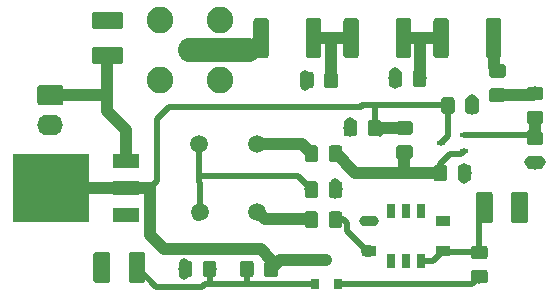
<source format=gbr>
G04 #@! TF.GenerationSoftware,KiCad,Pcbnew,(5.0.2)-1*
G04 #@! TF.CreationDate,2018-12-31T21:56:22+00:00*
G04 #@! TF.ProjectId,D75F_Board,44373546-5f42-46f6-9172-642e6b696361,rev?*
G04 #@! TF.SameCoordinates,Original*
G04 #@! TF.FileFunction,Copper,L1,Top*
G04 #@! TF.FilePolarity,Positive*
%FSLAX46Y46*%
G04 Gerber Fmt 4.6, Leading zero omitted, Abs format (unit mm)*
G04 Created by KiCad (PCBNEW (5.0.2)-1) date 31/12/2018 21:56:22*
%MOMM*%
%LPD*%
G01*
G04 APERTURE LIST*
G04 #@! TA.AperFunction,Conductor*
%ADD10C,0.100000*%
G04 #@! TD*
G04 #@! TA.AperFunction,SMDPad,CuDef*
%ADD11C,1.150000*%
G04 #@! TD*
G04 #@! TA.AperFunction,SMDPad,CuDef*
%ADD12C,1.425000*%
G04 #@! TD*
G04 #@! TA.AperFunction,SMDPad,CuDef*
%ADD13R,0.800000X0.900000*%
G04 #@! TD*
G04 #@! TA.AperFunction,ComponentPad*
%ADD14C,1.740000*%
G04 #@! TD*
G04 #@! TA.AperFunction,ComponentPad*
%ADD15O,2.200000X1.740000*%
G04 #@! TD*
G04 #@! TA.AperFunction,ComponentPad*
%ADD16C,2.050000*%
G04 #@! TD*
G04 #@! TA.AperFunction,ComponentPad*
%ADD17C,2.250000*%
G04 #@! TD*
G04 #@! TA.AperFunction,SMDPad,CuDef*
%ADD18C,1.300000*%
G04 #@! TD*
G04 #@! TA.AperFunction,SMDPad,CuDef*
%ADD19R,0.700000X0.450000*%
G04 #@! TD*
G04 #@! TA.AperFunction,SMDPad,CuDef*
%ADD20R,2.200000X1.200000*%
G04 #@! TD*
G04 #@! TA.AperFunction,SMDPad,CuDef*
%ADD21R,6.400000X5.800000*%
G04 #@! TD*
G04 #@! TA.AperFunction,SMDPad,CuDef*
%ADD22R,0.760000X1.280000*%
G04 #@! TD*
G04 #@! TA.AperFunction,SMDPad,CuDef*
%ADD23R,1.280000X0.940000*%
G04 #@! TD*
G04 #@! TA.AperFunction,ComponentPad*
%ADD24C,1.500000*%
G04 #@! TD*
G04 #@! TA.AperFunction,ViaPad*
%ADD25C,0.800000*%
G04 #@! TD*
G04 #@! TA.AperFunction,Conductor*
%ADD26C,1.000000*%
G04 #@! TD*
G04 #@! TA.AperFunction,Conductor*
%ADD27C,0.500000*%
G04 #@! TD*
G04 #@! TA.AperFunction,Conductor*
%ADD28C,2.000000*%
G04 #@! TD*
G04 APERTURE END LIST*
D10*
G04 #@! TO.N,Net-(C10-Pad1)*
G04 #@! TO.C,C10*
G36*
X145011505Y-80327204D02*
X145035773Y-80330804D01*
X145059572Y-80336765D01*
X145082671Y-80345030D01*
X145104850Y-80355520D01*
X145125893Y-80368132D01*
X145145599Y-80382747D01*
X145163777Y-80399223D01*
X145180253Y-80417401D01*
X145194868Y-80437107D01*
X145207480Y-80458150D01*
X145217970Y-80480329D01*
X145226235Y-80503428D01*
X145232196Y-80527227D01*
X145235796Y-80551495D01*
X145237000Y-80575999D01*
X145237000Y-81476001D01*
X145235796Y-81500505D01*
X145232196Y-81524773D01*
X145226235Y-81548572D01*
X145217970Y-81571671D01*
X145207480Y-81593850D01*
X145194868Y-81614893D01*
X145180253Y-81634599D01*
X145163777Y-81652777D01*
X145145599Y-81669253D01*
X145125893Y-81683868D01*
X145104850Y-81696480D01*
X145082671Y-81706970D01*
X145059572Y-81715235D01*
X145035773Y-81721196D01*
X145011505Y-81724796D01*
X144987001Y-81726000D01*
X144336999Y-81726000D01*
X144312495Y-81724796D01*
X144288227Y-81721196D01*
X144264428Y-81715235D01*
X144241329Y-81706970D01*
X144219150Y-81696480D01*
X144198107Y-81683868D01*
X144178401Y-81669253D01*
X144160223Y-81652777D01*
X144143747Y-81634599D01*
X144129132Y-81614893D01*
X144116520Y-81593850D01*
X144106030Y-81571671D01*
X144097765Y-81548572D01*
X144091804Y-81524773D01*
X144088204Y-81500505D01*
X144087000Y-81476001D01*
X144087000Y-80575999D01*
X144088204Y-80551495D01*
X144091804Y-80527227D01*
X144097765Y-80503428D01*
X144106030Y-80480329D01*
X144116520Y-80458150D01*
X144129132Y-80437107D01*
X144143747Y-80417401D01*
X144160223Y-80399223D01*
X144178401Y-80382747D01*
X144198107Y-80368132D01*
X144219150Y-80355520D01*
X144241329Y-80345030D01*
X144264428Y-80336765D01*
X144288227Y-80330804D01*
X144312495Y-80327204D01*
X144336999Y-80326000D01*
X144987001Y-80326000D01*
X145011505Y-80327204D01*
X145011505Y-80327204D01*
G37*
D11*
G04 #@! TD*
G04 #@! TO.P,C10,1*
G04 #@! TO.N,Net-(C10-Pad1)*
X144662000Y-81026000D03*
D10*
G04 #@! TO.N,GND*
G04 #@! TO.C,C10*
G36*
X142961505Y-80327204D02*
X142985773Y-80330804D01*
X143009572Y-80336765D01*
X143032671Y-80345030D01*
X143054850Y-80355520D01*
X143075893Y-80368132D01*
X143095599Y-80382747D01*
X143113777Y-80399223D01*
X143130253Y-80417401D01*
X143144868Y-80437107D01*
X143157480Y-80458150D01*
X143167970Y-80480329D01*
X143176235Y-80503428D01*
X143182196Y-80527227D01*
X143185796Y-80551495D01*
X143187000Y-80575999D01*
X143187000Y-81476001D01*
X143185796Y-81500505D01*
X143182196Y-81524773D01*
X143176235Y-81548572D01*
X143167970Y-81571671D01*
X143157480Y-81593850D01*
X143144868Y-81614893D01*
X143130253Y-81634599D01*
X143113777Y-81652777D01*
X143095599Y-81669253D01*
X143075893Y-81683868D01*
X143054850Y-81696480D01*
X143032671Y-81706970D01*
X143009572Y-81715235D01*
X142985773Y-81721196D01*
X142961505Y-81724796D01*
X142937001Y-81726000D01*
X142286999Y-81726000D01*
X142262495Y-81724796D01*
X142238227Y-81721196D01*
X142214428Y-81715235D01*
X142191329Y-81706970D01*
X142169150Y-81696480D01*
X142148107Y-81683868D01*
X142128401Y-81669253D01*
X142110223Y-81652777D01*
X142093747Y-81634599D01*
X142079132Y-81614893D01*
X142066520Y-81593850D01*
X142056030Y-81571671D01*
X142047765Y-81548572D01*
X142041804Y-81524773D01*
X142038204Y-81500505D01*
X142037000Y-81476001D01*
X142037000Y-80575999D01*
X142038204Y-80551495D01*
X142041804Y-80527227D01*
X142047765Y-80503428D01*
X142056030Y-80480329D01*
X142066520Y-80458150D01*
X142079132Y-80437107D01*
X142093747Y-80417401D01*
X142110223Y-80399223D01*
X142128401Y-80382747D01*
X142148107Y-80368132D01*
X142169150Y-80355520D01*
X142191329Y-80345030D01*
X142214428Y-80336765D01*
X142238227Y-80330804D01*
X142262495Y-80327204D01*
X142286999Y-80326000D01*
X142937001Y-80326000D01*
X142961505Y-80327204D01*
X142961505Y-80327204D01*
G37*
D11*
G04 #@! TD*
G04 #@! TO.P,C10,2*
G04 #@! TO.N,GND*
X142612000Y-81026000D03*
D10*
G04 #@! TO.N,Net-(C11-Pad1)*
G04 #@! TO.C,C11*
G36*
X128720504Y-95577204D02*
X128744773Y-95580804D01*
X128768571Y-95586765D01*
X128791671Y-95595030D01*
X128813849Y-95605520D01*
X128834893Y-95618133D01*
X128854598Y-95632747D01*
X128872777Y-95649223D01*
X128889253Y-95667402D01*
X128903867Y-95687107D01*
X128916480Y-95708151D01*
X128926970Y-95730329D01*
X128935235Y-95753429D01*
X128941196Y-95777227D01*
X128944796Y-95801496D01*
X128946000Y-95826000D01*
X128946000Y-97976000D01*
X128944796Y-98000504D01*
X128941196Y-98024773D01*
X128935235Y-98048571D01*
X128926970Y-98071671D01*
X128916480Y-98093849D01*
X128903867Y-98114893D01*
X128889253Y-98134598D01*
X128872777Y-98152777D01*
X128854598Y-98169253D01*
X128834893Y-98183867D01*
X128813849Y-98196480D01*
X128791671Y-98206970D01*
X128768571Y-98215235D01*
X128744773Y-98221196D01*
X128720504Y-98224796D01*
X128696000Y-98226000D01*
X127771000Y-98226000D01*
X127746496Y-98224796D01*
X127722227Y-98221196D01*
X127698429Y-98215235D01*
X127675329Y-98206970D01*
X127653151Y-98196480D01*
X127632107Y-98183867D01*
X127612402Y-98169253D01*
X127594223Y-98152777D01*
X127577747Y-98134598D01*
X127563133Y-98114893D01*
X127550520Y-98093849D01*
X127540030Y-98071671D01*
X127531765Y-98048571D01*
X127525804Y-98024773D01*
X127522204Y-98000504D01*
X127521000Y-97976000D01*
X127521000Y-95826000D01*
X127522204Y-95801496D01*
X127525804Y-95777227D01*
X127531765Y-95753429D01*
X127540030Y-95730329D01*
X127550520Y-95708151D01*
X127563133Y-95687107D01*
X127577747Y-95667402D01*
X127594223Y-95649223D01*
X127612402Y-95632747D01*
X127632107Y-95618133D01*
X127653151Y-95605520D01*
X127675329Y-95595030D01*
X127698429Y-95586765D01*
X127722227Y-95580804D01*
X127746496Y-95577204D01*
X127771000Y-95576000D01*
X128696000Y-95576000D01*
X128720504Y-95577204D01*
X128720504Y-95577204D01*
G37*
D12*
G04 #@! TD*
G04 #@! TO.P,C11,1*
G04 #@! TO.N,Net-(C11-Pad1)*
X128233500Y-96901000D03*
D10*
G04 #@! TO.N,GND*
G04 #@! TO.C,C11*
G36*
X125745504Y-95577204D02*
X125769773Y-95580804D01*
X125793571Y-95586765D01*
X125816671Y-95595030D01*
X125838849Y-95605520D01*
X125859893Y-95618133D01*
X125879598Y-95632747D01*
X125897777Y-95649223D01*
X125914253Y-95667402D01*
X125928867Y-95687107D01*
X125941480Y-95708151D01*
X125951970Y-95730329D01*
X125960235Y-95753429D01*
X125966196Y-95777227D01*
X125969796Y-95801496D01*
X125971000Y-95826000D01*
X125971000Y-97976000D01*
X125969796Y-98000504D01*
X125966196Y-98024773D01*
X125960235Y-98048571D01*
X125951970Y-98071671D01*
X125941480Y-98093849D01*
X125928867Y-98114893D01*
X125914253Y-98134598D01*
X125897777Y-98152777D01*
X125879598Y-98169253D01*
X125859893Y-98183867D01*
X125838849Y-98196480D01*
X125816671Y-98206970D01*
X125793571Y-98215235D01*
X125769773Y-98221196D01*
X125745504Y-98224796D01*
X125721000Y-98226000D01*
X124796000Y-98226000D01*
X124771496Y-98224796D01*
X124747227Y-98221196D01*
X124723429Y-98215235D01*
X124700329Y-98206970D01*
X124678151Y-98196480D01*
X124657107Y-98183867D01*
X124637402Y-98169253D01*
X124619223Y-98152777D01*
X124602747Y-98134598D01*
X124588133Y-98114893D01*
X124575520Y-98093849D01*
X124565030Y-98071671D01*
X124556765Y-98048571D01*
X124550804Y-98024773D01*
X124547204Y-98000504D01*
X124546000Y-97976000D01*
X124546000Y-95826000D01*
X124547204Y-95801496D01*
X124550804Y-95777227D01*
X124556765Y-95753429D01*
X124565030Y-95730329D01*
X124575520Y-95708151D01*
X124588133Y-95687107D01*
X124602747Y-95667402D01*
X124619223Y-95649223D01*
X124637402Y-95632747D01*
X124657107Y-95618133D01*
X124678151Y-95605520D01*
X124700329Y-95595030D01*
X124723429Y-95586765D01*
X124747227Y-95580804D01*
X124771496Y-95577204D01*
X124796000Y-95576000D01*
X125721000Y-95576000D01*
X125745504Y-95577204D01*
X125745504Y-95577204D01*
G37*
D12*
G04 #@! TD*
G04 #@! TO.P,C11,2*
G04 #@! TO.N,GND*
X125258500Y-96901000D03*
D10*
G04 #@! TO.N,GND*
G04 #@! TO.C,R7*
G36*
X132674505Y-96329204D02*
X132698773Y-96332804D01*
X132722572Y-96338765D01*
X132745671Y-96347030D01*
X132767850Y-96357520D01*
X132788893Y-96370132D01*
X132808599Y-96384747D01*
X132826777Y-96401223D01*
X132843253Y-96419401D01*
X132857868Y-96439107D01*
X132870480Y-96460150D01*
X132880970Y-96482329D01*
X132889235Y-96505428D01*
X132895196Y-96529227D01*
X132898796Y-96553495D01*
X132900000Y-96577999D01*
X132900000Y-97478001D01*
X132898796Y-97502505D01*
X132895196Y-97526773D01*
X132889235Y-97550572D01*
X132880970Y-97573671D01*
X132870480Y-97595850D01*
X132857868Y-97616893D01*
X132843253Y-97636599D01*
X132826777Y-97654777D01*
X132808599Y-97671253D01*
X132788893Y-97685868D01*
X132767850Y-97698480D01*
X132745671Y-97708970D01*
X132722572Y-97717235D01*
X132698773Y-97723196D01*
X132674505Y-97726796D01*
X132650001Y-97728000D01*
X131999999Y-97728000D01*
X131975495Y-97726796D01*
X131951227Y-97723196D01*
X131927428Y-97717235D01*
X131904329Y-97708970D01*
X131882150Y-97698480D01*
X131861107Y-97685868D01*
X131841401Y-97671253D01*
X131823223Y-97654777D01*
X131806747Y-97636599D01*
X131792132Y-97616893D01*
X131779520Y-97595850D01*
X131769030Y-97573671D01*
X131760765Y-97550572D01*
X131754804Y-97526773D01*
X131751204Y-97502505D01*
X131750000Y-97478001D01*
X131750000Y-96577999D01*
X131751204Y-96553495D01*
X131754804Y-96529227D01*
X131760765Y-96505428D01*
X131769030Y-96482329D01*
X131779520Y-96460150D01*
X131792132Y-96439107D01*
X131806747Y-96419401D01*
X131823223Y-96401223D01*
X131841401Y-96384747D01*
X131861107Y-96370132D01*
X131882150Y-96357520D01*
X131904329Y-96347030D01*
X131927428Y-96338765D01*
X131951227Y-96332804D01*
X131975495Y-96329204D01*
X131999999Y-96328000D01*
X132650001Y-96328000D01*
X132674505Y-96329204D01*
X132674505Y-96329204D01*
G37*
D11*
G04 #@! TD*
G04 #@! TO.P,R7,1*
G04 #@! TO.N,GND*
X132325000Y-97028000D03*
D10*
G04 #@! TO.N,Net-(C11-Pad1)*
G04 #@! TO.C,R7*
G36*
X134724505Y-96329204D02*
X134748773Y-96332804D01*
X134772572Y-96338765D01*
X134795671Y-96347030D01*
X134817850Y-96357520D01*
X134838893Y-96370132D01*
X134858599Y-96384747D01*
X134876777Y-96401223D01*
X134893253Y-96419401D01*
X134907868Y-96439107D01*
X134920480Y-96460150D01*
X134930970Y-96482329D01*
X134939235Y-96505428D01*
X134945196Y-96529227D01*
X134948796Y-96553495D01*
X134950000Y-96577999D01*
X134950000Y-97478001D01*
X134948796Y-97502505D01*
X134945196Y-97526773D01*
X134939235Y-97550572D01*
X134930970Y-97573671D01*
X134920480Y-97595850D01*
X134907868Y-97616893D01*
X134893253Y-97636599D01*
X134876777Y-97654777D01*
X134858599Y-97671253D01*
X134838893Y-97685868D01*
X134817850Y-97698480D01*
X134795671Y-97708970D01*
X134772572Y-97717235D01*
X134748773Y-97723196D01*
X134724505Y-97726796D01*
X134700001Y-97728000D01*
X134049999Y-97728000D01*
X134025495Y-97726796D01*
X134001227Y-97723196D01*
X133977428Y-97717235D01*
X133954329Y-97708970D01*
X133932150Y-97698480D01*
X133911107Y-97685868D01*
X133891401Y-97671253D01*
X133873223Y-97654777D01*
X133856747Y-97636599D01*
X133842132Y-97616893D01*
X133829520Y-97595850D01*
X133819030Y-97573671D01*
X133810765Y-97550572D01*
X133804804Y-97526773D01*
X133801204Y-97502505D01*
X133800000Y-97478001D01*
X133800000Y-96577999D01*
X133801204Y-96553495D01*
X133804804Y-96529227D01*
X133810765Y-96505428D01*
X133819030Y-96482329D01*
X133829520Y-96460150D01*
X133842132Y-96439107D01*
X133856747Y-96419401D01*
X133873223Y-96401223D01*
X133891401Y-96384747D01*
X133911107Y-96370132D01*
X133932150Y-96357520D01*
X133954329Y-96347030D01*
X133977428Y-96338765D01*
X134001227Y-96332804D01*
X134025495Y-96329204D01*
X134049999Y-96328000D01*
X134700001Y-96328000D01*
X134724505Y-96329204D01*
X134724505Y-96329204D01*
G37*
D11*
G04 #@! TD*
G04 #@! TO.P,R7,2*
G04 #@! TO.N,Net-(C11-Pad1)*
X134375000Y-97028000D03*
D10*
G04 #@! TO.N,Net-(C2-Pad1)*
G04 #@! TO.C,R6*
G36*
X139931505Y-96329204D02*
X139955773Y-96332804D01*
X139979572Y-96338765D01*
X140002671Y-96347030D01*
X140024850Y-96357520D01*
X140045893Y-96370132D01*
X140065599Y-96384747D01*
X140083777Y-96401223D01*
X140100253Y-96419401D01*
X140114868Y-96439107D01*
X140127480Y-96460150D01*
X140137970Y-96482329D01*
X140146235Y-96505428D01*
X140152196Y-96529227D01*
X140155796Y-96553495D01*
X140157000Y-96577999D01*
X140157000Y-97478001D01*
X140155796Y-97502505D01*
X140152196Y-97526773D01*
X140146235Y-97550572D01*
X140137970Y-97573671D01*
X140127480Y-97595850D01*
X140114868Y-97616893D01*
X140100253Y-97636599D01*
X140083777Y-97654777D01*
X140065599Y-97671253D01*
X140045893Y-97685868D01*
X140024850Y-97698480D01*
X140002671Y-97708970D01*
X139979572Y-97717235D01*
X139955773Y-97723196D01*
X139931505Y-97726796D01*
X139907001Y-97728000D01*
X139256999Y-97728000D01*
X139232495Y-97726796D01*
X139208227Y-97723196D01*
X139184428Y-97717235D01*
X139161329Y-97708970D01*
X139139150Y-97698480D01*
X139118107Y-97685868D01*
X139098401Y-97671253D01*
X139080223Y-97654777D01*
X139063747Y-97636599D01*
X139049132Y-97616893D01*
X139036520Y-97595850D01*
X139026030Y-97573671D01*
X139017765Y-97550572D01*
X139011804Y-97526773D01*
X139008204Y-97502505D01*
X139007000Y-97478001D01*
X139007000Y-96577999D01*
X139008204Y-96553495D01*
X139011804Y-96529227D01*
X139017765Y-96505428D01*
X139026030Y-96482329D01*
X139036520Y-96460150D01*
X139049132Y-96439107D01*
X139063747Y-96419401D01*
X139080223Y-96401223D01*
X139098401Y-96384747D01*
X139118107Y-96370132D01*
X139139150Y-96357520D01*
X139161329Y-96347030D01*
X139184428Y-96338765D01*
X139208227Y-96332804D01*
X139232495Y-96329204D01*
X139256999Y-96328000D01*
X139907001Y-96328000D01*
X139931505Y-96329204D01*
X139931505Y-96329204D01*
G37*
D11*
G04 #@! TD*
G04 #@! TO.P,R6,2*
G04 #@! TO.N,Net-(C2-Pad1)*
X139582000Y-97028000D03*
D10*
G04 #@! TO.N,Net-(C11-Pad1)*
G04 #@! TO.C,R6*
G36*
X137881505Y-96329204D02*
X137905773Y-96332804D01*
X137929572Y-96338765D01*
X137952671Y-96347030D01*
X137974850Y-96357520D01*
X137995893Y-96370132D01*
X138015599Y-96384747D01*
X138033777Y-96401223D01*
X138050253Y-96419401D01*
X138064868Y-96439107D01*
X138077480Y-96460150D01*
X138087970Y-96482329D01*
X138096235Y-96505428D01*
X138102196Y-96529227D01*
X138105796Y-96553495D01*
X138107000Y-96577999D01*
X138107000Y-97478001D01*
X138105796Y-97502505D01*
X138102196Y-97526773D01*
X138096235Y-97550572D01*
X138087970Y-97573671D01*
X138077480Y-97595850D01*
X138064868Y-97616893D01*
X138050253Y-97636599D01*
X138033777Y-97654777D01*
X138015599Y-97671253D01*
X137995893Y-97685868D01*
X137974850Y-97698480D01*
X137952671Y-97708970D01*
X137929572Y-97717235D01*
X137905773Y-97723196D01*
X137881505Y-97726796D01*
X137857001Y-97728000D01*
X137206999Y-97728000D01*
X137182495Y-97726796D01*
X137158227Y-97723196D01*
X137134428Y-97717235D01*
X137111329Y-97708970D01*
X137089150Y-97698480D01*
X137068107Y-97685868D01*
X137048401Y-97671253D01*
X137030223Y-97654777D01*
X137013747Y-97636599D01*
X136999132Y-97616893D01*
X136986520Y-97595850D01*
X136976030Y-97573671D01*
X136967765Y-97550572D01*
X136961804Y-97526773D01*
X136958204Y-97502505D01*
X136957000Y-97478001D01*
X136957000Y-96577999D01*
X136958204Y-96553495D01*
X136961804Y-96529227D01*
X136967765Y-96505428D01*
X136976030Y-96482329D01*
X136986520Y-96460150D01*
X136999132Y-96439107D01*
X137013747Y-96419401D01*
X137030223Y-96401223D01*
X137048401Y-96384747D01*
X137068107Y-96370132D01*
X137089150Y-96357520D01*
X137111329Y-96347030D01*
X137134428Y-96338765D01*
X137158227Y-96332804D01*
X137182495Y-96329204D01*
X137206999Y-96328000D01*
X137857001Y-96328000D01*
X137881505Y-96329204D01*
X137881505Y-96329204D01*
G37*
D11*
G04 #@! TD*
G04 #@! TO.P,R6,1*
G04 #@! TO.N,Net-(C11-Pad1)*
X137532000Y-97028000D03*
D13*
G04 #@! TO.P,Q2,1*
G04 #@! TO.N,Net-(C11-Pad1)*
X143322000Y-98282000D03*
G04 #@! TO.P,Q2,2*
G04 #@! TO.N,Net-(Q2-Pad2)*
X145222000Y-98282000D03*
G04 #@! TO.P,Q2,3*
G04 #@! TO.N,Net-(C2-Pad1)*
X144272000Y-96282000D03*
G04 #@! TD*
D10*
G04 #@! TO.N,Net-(C1-Pad1)*
G04 #@! TO.C,C1*
G36*
X126829504Y-78246204D02*
X126853773Y-78249804D01*
X126877571Y-78255765D01*
X126900671Y-78264030D01*
X126922849Y-78274520D01*
X126943893Y-78287133D01*
X126963598Y-78301747D01*
X126981777Y-78318223D01*
X126998253Y-78336402D01*
X127012867Y-78356107D01*
X127025480Y-78377151D01*
X127035970Y-78399329D01*
X127044235Y-78422429D01*
X127050196Y-78446227D01*
X127053796Y-78470496D01*
X127055000Y-78495000D01*
X127055000Y-79420000D01*
X127053796Y-79444504D01*
X127050196Y-79468773D01*
X127044235Y-79492571D01*
X127035970Y-79515671D01*
X127025480Y-79537849D01*
X127012867Y-79558893D01*
X126998253Y-79578598D01*
X126981777Y-79596777D01*
X126963598Y-79613253D01*
X126943893Y-79627867D01*
X126922849Y-79640480D01*
X126900671Y-79650970D01*
X126877571Y-79659235D01*
X126853773Y-79665196D01*
X126829504Y-79668796D01*
X126805000Y-79670000D01*
X124655000Y-79670000D01*
X124630496Y-79668796D01*
X124606227Y-79665196D01*
X124582429Y-79659235D01*
X124559329Y-79650970D01*
X124537151Y-79640480D01*
X124516107Y-79627867D01*
X124496402Y-79613253D01*
X124478223Y-79596777D01*
X124461747Y-79578598D01*
X124447133Y-79558893D01*
X124434520Y-79537849D01*
X124424030Y-79515671D01*
X124415765Y-79492571D01*
X124409804Y-79468773D01*
X124406204Y-79444504D01*
X124405000Y-79420000D01*
X124405000Y-78495000D01*
X124406204Y-78470496D01*
X124409804Y-78446227D01*
X124415765Y-78422429D01*
X124424030Y-78399329D01*
X124434520Y-78377151D01*
X124447133Y-78356107D01*
X124461747Y-78336402D01*
X124478223Y-78318223D01*
X124496402Y-78301747D01*
X124516107Y-78287133D01*
X124537151Y-78274520D01*
X124559329Y-78264030D01*
X124582429Y-78255765D01*
X124606227Y-78249804D01*
X124630496Y-78246204D01*
X124655000Y-78245000D01*
X126805000Y-78245000D01*
X126829504Y-78246204D01*
X126829504Y-78246204D01*
G37*
D12*
G04 #@! TD*
G04 #@! TO.P,C1,1*
G04 #@! TO.N,Net-(C1-Pad1)*
X125730000Y-78957500D03*
D10*
G04 #@! TO.N,GND*
G04 #@! TO.C,C1*
G36*
X126829504Y-75271204D02*
X126853773Y-75274804D01*
X126877571Y-75280765D01*
X126900671Y-75289030D01*
X126922849Y-75299520D01*
X126943893Y-75312133D01*
X126963598Y-75326747D01*
X126981777Y-75343223D01*
X126998253Y-75361402D01*
X127012867Y-75381107D01*
X127025480Y-75402151D01*
X127035970Y-75424329D01*
X127044235Y-75447429D01*
X127050196Y-75471227D01*
X127053796Y-75495496D01*
X127055000Y-75520000D01*
X127055000Y-76445000D01*
X127053796Y-76469504D01*
X127050196Y-76493773D01*
X127044235Y-76517571D01*
X127035970Y-76540671D01*
X127025480Y-76562849D01*
X127012867Y-76583893D01*
X126998253Y-76603598D01*
X126981777Y-76621777D01*
X126963598Y-76638253D01*
X126943893Y-76652867D01*
X126922849Y-76665480D01*
X126900671Y-76675970D01*
X126877571Y-76684235D01*
X126853773Y-76690196D01*
X126829504Y-76693796D01*
X126805000Y-76695000D01*
X124655000Y-76695000D01*
X124630496Y-76693796D01*
X124606227Y-76690196D01*
X124582429Y-76684235D01*
X124559329Y-76675970D01*
X124537151Y-76665480D01*
X124516107Y-76652867D01*
X124496402Y-76638253D01*
X124478223Y-76621777D01*
X124461747Y-76603598D01*
X124447133Y-76583893D01*
X124434520Y-76562849D01*
X124424030Y-76540671D01*
X124415765Y-76517571D01*
X124409804Y-76493773D01*
X124406204Y-76469504D01*
X124405000Y-76445000D01*
X124405000Y-75520000D01*
X124406204Y-75495496D01*
X124409804Y-75471227D01*
X124415765Y-75447429D01*
X124424030Y-75424329D01*
X124434520Y-75402151D01*
X124447133Y-75381107D01*
X124461747Y-75361402D01*
X124478223Y-75343223D01*
X124496402Y-75326747D01*
X124516107Y-75312133D01*
X124537151Y-75299520D01*
X124559329Y-75289030D01*
X124582429Y-75280765D01*
X124606227Y-75274804D01*
X124630496Y-75271204D01*
X124655000Y-75270000D01*
X126805000Y-75270000D01*
X126829504Y-75271204D01*
X126829504Y-75271204D01*
G37*
D12*
G04 #@! TD*
G04 #@! TO.P,C1,2*
G04 #@! TO.N,GND*
X125730000Y-75982500D03*
D10*
G04 #@! TO.N,GND*
G04 #@! TO.C,C2*
G36*
X156949505Y-82486204D02*
X156973773Y-82489804D01*
X156997572Y-82495765D01*
X157020671Y-82504030D01*
X157042850Y-82514520D01*
X157063893Y-82527132D01*
X157083599Y-82541747D01*
X157101777Y-82558223D01*
X157118253Y-82576401D01*
X157132868Y-82596107D01*
X157145480Y-82617150D01*
X157155970Y-82639329D01*
X157164235Y-82662428D01*
X157170196Y-82686227D01*
X157173796Y-82710495D01*
X157175000Y-82734999D01*
X157175000Y-83635001D01*
X157173796Y-83659505D01*
X157170196Y-83683773D01*
X157164235Y-83707572D01*
X157155970Y-83730671D01*
X157145480Y-83752850D01*
X157132868Y-83773893D01*
X157118253Y-83793599D01*
X157101777Y-83811777D01*
X157083599Y-83828253D01*
X157063893Y-83842868D01*
X157042850Y-83855480D01*
X157020671Y-83865970D01*
X156997572Y-83874235D01*
X156973773Y-83880196D01*
X156949505Y-83883796D01*
X156925001Y-83885000D01*
X156274999Y-83885000D01*
X156250495Y-83883796D01*
X156226227Y-83880196D01*
X156202428Y-83874235D01*
X156179329Y-83865970D01*
X156157150Y-83855480D01*
X156136107Y-83842868D01*
X156116401Y-83828253D01*
X156098223Y-83811777D01*
X156081747Y-83793599D01*
X156067132Y-83773893D01*
X156054520Y-83752850D01*
X156044030Y-83730671D01*
X156035765Y-83707572D01*
X156029804Y-83683773D01*
X156026204Y-83659505D01*
X156025000Y-83635001D01*
X156025000Y-82734999D01*
X156026204Y-82710495D01*
X156029804Y-82686227D01*
X156035765Y-82662428D01*
X156044030Y-82639329D01*
X156054520Y-82617150D01*
X156067132Y-82596107D01*
X156081747Y-82576401D01*
X156098223Y-82558223D01*
X156116401Y-82541747D01*
X156136107Y-82527132D01*
X156157150Y-82514520D01*
X156179329Y-82504030D01*
X156202428Y-82495765D01*
X156226227Y-82489804D01*
X156250495Y-82486204D01*
X156274999Y-82485000D01*
X156925001Y-82485000D01*
X156949505Y-82486204D01*
X156949505Y-82486204D01*
G37*
D11*
G04 #@! TD*
G04 #@! TO.P,C2,2*
G04 #@! TO.N,GND*
X156600000Y-83185000D03*
D10*
G04 #@! TO.N,Net-(C2-Pad1)*
G04 #@! TO.C,C2*
G36*
X154899505Y-82486204D02*
X154923773Y-82489804D01*
X154947572Y-82495765D01*
X154970671Y-82504030D01*
X154992850Y-82514520D01*
X155013893Y-82527132D01*
X155033599Y-82541747D01*
X155051777Y-82558223D01*
X155068253Y-82576401D01*
X155082868Y-82596107D01*
X155095480Y-82617150D01*
X155105970Y-82639329D01*
X155114235Y-82662428D01*
X155120196Y-82686227D01*
X155123796Y-82710495D01*
X155125000Y-82734999D01*
X155125000Y-83635001D01*
X155123796Y-83659505D01*
X155120196Y-83683773D01*
X155114235Y-83707572D01*
X155105970Y-83730671D01*
X155095480Y-83752850D01*
X155082868Y-83773893D01*
X155068253Y-83793599D01*
X155051777Y-83811777D01*
X155033599Y-83828253D01*
X155013893Y-83842868D01*
X154992850Y-83855480D01*
X154970671Y-83865970D01*
X154947572Y-83874235D01*
X154923773Y-83880196D01*
X154899505Y-83883796D01*
X154875001Y-83885000D01*
X154224999Y-83885000D01*
X154200495Y-83883796D01*
X154176227Y-83880196D01*
X154152428Y-83874235D01*
X154129329Y-83865970D01*
X154107150Y-83855480D01*
X154086107Y-83842868D01*
X154066401Y-83828253D01*
X154048223Y-83811777D01*
X154031747Y-83793599D01*
X154017132Y-83773893D01*
X154004520Y-83752850D01*
X153994030Y-83730671D01*
X153985765Y-83707572D01*
X153979804Y-83683773D01*
X153976204Y-83659505D01*
X153975000Y-83635001D01*
X153975000Y-82734999D01*
X153976204Y-82710495D01*
X153979804Y-82686227D01*
X153985765Y-82662428D01*
X153994030Y-82639329D01*
X154004520Y-82617150D01*
X154017132Y-82596107D01*
X154031747Y-82576401D01*
X154048223Y-82558223D01*
X154066401Y-82541747D01*
X154086107Y-82527132D01*
X154107150Y-82514520D01*
X154129329Y-82504030D01*
X154152428Y-82495765D01*
X154176227Y-82489804D01*
X154200495Y-82486204D01*
X154224999Y-82485000D01*
X154875001Y-82485000D01*
X154899505Y-82486204D01*
X154899505Y-82486204D01*
G37*
D11*
G04 #@! TD*
G04 #@! TO.P,C2,1*
G04 #@! TO.N,Net-(C2-Pad1)*
X154550000Y-83185000D03*
D10*
G04 #@! TO.N,Net-(C4-Pad2)*
G04 #@! TO.C,C4*
G36*
X145392505Y-92138204D02*
X145416773Y-92141804D01*
X145440572Y-92147765D01*
X145463671Y-92156030D01*
X145485850Y-92166520D01*
X145506893Y-92179132D01*
X145526599Y-92193747D01*
X145544777Y-92210223D01*
X145561253Y-92228401D01*
X145575868Y-92248107D01*
X145588480Y-92269150D01*
X145598970Y-92291329D01*
X145607235Y-92314428D01*
X145613196Y-92338227D01*
X145616796Y-92362495D01*
X145618000Y-92386999D01*
X145618000Y-93287001D01*
X145616796Y-93311505D01*
X145613196Y-93335773D01*
X145607235Y-93359572D01*
X145598970Y-93382671D01*
X145588480Y-93404850D01*
X145575868Y-93425893D01*
X145561253Y-93445599D01*
X145544777Y-93463777D01*
X145526599Y-93480253D01*
X145506893Y-93494868D01*
X145485850Y-93507480D01*
X145463671Y-93517970D01*
X145440572Y-93526235D01*
X145416773Y-93532196D01*
X145392505Y-93535796D01*
X145368001Y-93537000D01*
X144717999Y-93537000D01*
X144693495Y-93535796D01*
X144669227Y-93532196D01*
X144645428Y-93526235D01*
X144622329Y-93517970D01*
X144600150Y-93507480D01*
X144579107Y-93494868D01*
X144559401Y-93480253D01*
X144541223Y-93463777D01*
X144524747Y-93445599D01*
X144510132Y-93425893D01*
X144497520Y-93404850D01*
X144487030Y-93382671D01*
X144478765Y-93359572D01*
X144472804Y-93335773D01*
X144469204Y-93311505D01*
X144468000Y-93287001D01*
X144468000Y-92386999D01*
X144469204Y-92362495D01*
X144472804Y-92338227D01*
X144478765Y-92314428D01*
X144487030Y-92291329D01*
X144497520Y-92269150D01*
X144510132Y-92248107D01*
X144524747Y-92228401D01*
X144541223Y-92210223D01*
X144559401Y-92193747D01*
X144579107Y-92179132D01*
X144600150Y-92166520D01*
X144622329Y-92156030D01*
X144645428Y-92147765D01*
X144669227Y-92141804D01*
X144693495Y-92138204D01*
X144717999Y-92137000D01*
X145368001Y-92137000D01*
X145392505Y-92138204D01*
X145392505Y-92138204D01*
G37*
D11*
G04 #@! TD*
G04 #@! TO.P,C4,2*
G04 #@! TO.N,Net-(C4-Pad2)*
X145043000Y-92837000D03*
D10*
G04 #@! TO.N,Net-(C4-Pad1)*
G04 #@! TO.C,C4*
G36*
X143342505Y-92138204D02*
X143366773Y-92141804D01*
X143390572Y-92147765D01*
X143413671Y-92156030D01*
X143435850Y-92166520D01*
X143456893Y-92179132D01*
X143476599Y-92193747D01*
X143494777Y-92210223D01*
X143511253Y-92228401D01*
X143525868Y-92248107D01*
X143538480Y-92269150D01*
X143548970Y-92291329D01*
X143557235Y-92314428D01*
X143563196Y-92338227D01*
X143566796Y-92362495D01*
X143568000Y-92386999D01*
X143568000Y-93287001D01*
X143566796Y-93311505D01*
X143563196Y-93335773D01*
X143557235Y-93359572D01*
X143548970Y-93382671D01*
X143538480Y-93404850D01*
X143525868Y-93425893D01*
X143511253Y-93445599D01*
X143494777Y-93463777D01*
X143476599Y-93480253D01*
X143456893Y-93494868D01*
X143435850Y-93507480D01*
X143413671Y-93517970D01*
X143390572Y-93526235D01*
X143366773Y-93532196D01*
X143342505Y-93535796D01*
X143318001Y-93537000D01*
X142667999Y-93537000D01*
X142643495Y-93535796D01*
X142619227Y-93532196D01*
X142595428Y-93526235D01*
X142572329Y-93517970D01*
X142550150Y-93507480D01*
X142529107Y-93494868D01*
X142509401Y-93480253D01*
X142491223Y-93463777D01*
X142474747Y-93445599D01*
X142460132Y-93425893D01*
X142447520Y-93404850D01*
X142437030Y-93382671D01*
X142428765Y-93359572D01*
X142422804Y-93335773D01*
X142419204Y-93311505D01*
X142418000Y-93287001D01*
X142418000Y-92386999D01*
X142419204Y-92362495D01*
X142422804Y-92338227D01*
X142428765Y-92314428D01*
X142437030Y-92291329D01*
X142447520Y-92269150D01*
X142460132Y-92248107D01*
X142474747Y-92228401D01*
X142491223Y-92210223D01*
X142509401Y-92193747D01*
X142529107Y-92179132D01*
X142550150Y-92166520D01*
X142572329Y-92156030D01*
X142595428Y-92147765D01*
X142619227Y-92141804D01*
X142643495Y-92138204D01*
X142667999Y-92137000D01*
X143318001Y-92137000D01*
X143342505Y-92138204D01*
X143342505Y-92138204D01*
G37*
D11*
G04 #@! TD*
G04 #@! TO.P,C4,1*
G04 #@! TO.N,Net-(C4-Pad1)*
X142993000Y-92837000D03*
D10*
G04 #@! TO.N,Net-(C5-Pad1)*
G04 #@! TO.C,C5*
G36*
X143342505Y-89598204D02*
X143366773Y-89601804D01*
X143390572Y-89607765D01*
X143413671Y-89616030D01*
X143435850Y-89626520D01*
X143456893Y-89639132D01*
X143476599Y-89653747D01*
X143494777Y-89670223D01*
X143511253Y-89688401D01*
X143525868Y-89708107D01*
X143538480Y-89729150D01*
X143548970Y-89751329D01*
X143557235Y-89774428D01*
X143563196Y-89798227D01*
X143566796Y-89822495D01*
X143568000Y-89846999D01*
X143568000Y-90747001D01*
X143566796Y-90771505D01*
X143563196Y-90795773D01*
X143557235Y-90819572D01*
X143548970Y-90842671D01*
X143538480Y-90864850D01*
X143525868Y-90885893D01*
X143511253Y-90905599D01*
X143494777Y-90923777D01*
X143476599Y-90940253D01*
X143456893Y-90954868D01*
X143435850Y-90967480D01*
X143413671Y-90977970D01*
X143390572Y-90986235D01*
X143366773Y-90992196D01*
X143342505Y-90995796D01*
X143318001Y-90997000D01*
X142667999Y-90997000D01*
X142643495Y-90995796D01*
X142619227Y-90992196D01*
X142595428Y-90986235D01*
X142572329Y-90977970D01*
X142550150Y-90967480D01*
X142529107Y-90954868D01*
X142509401Y-90940253D01*
X142491223Y-90923777D01*
X142474747Y-90905599D01*
X142460132Y-90885893D01*
X142447520Y-90864850D01*
X142437030Y-90842671D01*
X142428765Y-90819572D01*
X142422804Y-90795773D01*
X142419204Y-90771505D01*
X142418000Y-90747001D01*
X142418000Y-89846999D01*
X142419204Y-89822495D01*
X142422804Y-89798227D01*
X142428765Y-89774428D01*
X142437030Y-89751329D01*
X142447520Y-89729150D01*
X142460132Y-89708107D01*
X142474747Y-89688401D01*
X142491223Y-89670223D01*
X142509401Y-89653747D01*
X142529107Y-89639132D01*
X142550150Y-89626520D01*
X142572329Y-89616030D01*
X142595428Y-89607765D01*
X142619227Y-89601804D01*
X142643495Y-89598204D01*
X142667999Y-89597000D01*
X143318001Y-89597000D01*
X143342505Y-89598204D01*
X143342505Y-89598204D01*
G37*
D11*
G04 #@! TD*
G04 #@! TO.P,C5,1*
G04 #@! TO.N,Net-(C5-Pad1)*
X142993000Y-90297000D03*
D10*
G04 #@! TO.N,GND*
G04 #@! TO.C,C5*
G36*
X145392505Y-89598204D02*
X145416773Y-89601804D01*
X145440572Y-89607765D01*
X145463671Y-89616030D01*
X145485850Y-89626520D01*
X145506893Y-89639132D01*
X145526599Y-89653747D01*
X145544777Y-89670223D01*
X145561253Y-89688401D01*
X145575868Y-89708107D01*
X145588480Y-89729150D01*
X145598970Y-89751329D01*
X145607235Y-89774428D01*
X145613196Y-89798227D01*
X145616796Y-89822495D01*
X145618000Y-89846999D01*
X145618000Y-90747001D01*
X145616796Y-90771505D01*
X145613196Y-90795773D01*
X145607235Y-90819572D01*
X145598970Y-90842671D01*
X145588480Y-90864850D01*
X145575868Y-90885893D01*
X145561253Y-90905599D01*
X145544777Y-90923777D01*
X145526599Y-90940253D01*
X145506893Y-90954868D01*
X145485850Y-90967480D01*
X145463671Y-90977970D01*
X145440572Y-90986235D01*
X145416773Y-90992196D01*
X145392505Y-90995796D01*
X145368001Y-90997000D01*
X144717999Y-90997000D01*
X144693495Y-90995796D01*
X144669227Y-90992196D01*
X144645428Y-90986235D01*
X144622329Y-90977970D01*
X144600150Y-90967480D01*
X144579107Y-90954868D01*
X144559401Y-90940253D01*
X144541223Y-90923777D01*
X144524747Y-90905599D01*
X144510132Y-90885893D01*
X144497520Y-90864850D01*
X144487030Y-90842671D01*
X144478765Y-90819572D01*
X144472804Y-90795773D01*
X144469204Y-90771505D01*
X144468000Y-90747001D01*
X144468000Y-89846999D01*
X144469204Y-89822495D01*
X144472804Y-89798227D01*
X144478765Y-89774428D01*
X144487030Y-89751329D01*
X144497520Y-89729150D01*
X144510132Y-89708107D01*
X144524747Y-89688401D01*
X144541223Y-89670223D01*
X144559401Y-89653747D01*
X144579107Y-89639132D01*
X144600150Y-89626520D01*
X144622329Y-89616030D01*
X144645428Y-89607765D01*
X144669227Y-89601804D01*
X144693495Y-89598204D01*
X144717999Y-89597000D01*
X145368001Y-89597000D01*
X145392505Y-89598204D01*
X145392505Y-89598204D01*
G37*
D11*
G04 #@! TD*
G04 #@! TO.P,C5,2*
G04 #@! TO.N,GND*
X145043000Y-90297000D03*
D10*
G04 #@! TO.N,Net-(C6-Pad1)*
G04 #@! TO.C,C6*
G36*
X145392505Y-86550204D02*
X145416773Y-86553804D01*
X145440572Y-86559765D01*
X145463671Y-86568030D01*
X145485850Y-86578520D01*
X145506893Y-86591132D01*
X145526599Y-86605747D01*
X145544777Y-86622223D01*
X145561253Y-86640401D01*
X145575868Y-86660107D01*
X145588480Y-86681150D01*
X145598970Y-86703329D01*
X145607235Y-86726428D01*
X145613196Y-86750227D01*
X145616796Y-86774495D01*
X145618000Y-86798999D01*
X145618000Y-87699001D01*
X145616796Y-87723505D01*
X145613196Y-87747773D01*
X145607235Y-87771572D01*
X145598970Y-87794671D01*
X145588480Y-87816850D01*
X145575868Y-87837893D01*
X145561253Y-87857599D01*
X145544777Y-87875777D01*
X145526599Y-87892253D01*
X145506893Y-87906868D01*
X145485850Y-87919480D01*
X145463671Y-87929970D01*
X145440572Y-87938235D01*
X145416773Y-87944196D01*
X145392505Y-87947796D01*
X145368001Y-87949000D01*
X144717999Y-87949000D01*
X144693495Y-87947796D01*
X144669227Y-87944196D01*
X144645428Y-87938235D01*
X144622329Y-87929970D01*
X144600150Y-87919480D01*
X144579107Y-87906868D01*
X144559401Y-87892253D01*
X144541223Y-87875777D01*
X144524747Y-87857599D01*
X144510132Y-87837893D01*
X144497520Y-87816850D01*
X144487030Y-87794671D01*
X144478765Y-87771572D01*
X144472804Y-87747773D01*
X144469204Y-87723505D01*
X144468000Y-87699001D01*
X144468000Y-86798999D01*
X144469204Y-86774495D01*
X144472804Y-86750227D01*
X144478765Y-86726428D01*
X144487030Y-86703329D01*
X144497520Y-86681150D01*
X144510132Y-86660107D01*
X144524747Y-86640401D01*
X144541223Y-86622223D01*
X144559401Y-86605747D01*
X144579107Y-86591132D01*
X144600150Y-86578520D01*
X144622329Y-86568030D01*
X144645428Y-86559765D01*
X144669227Y-86553804D01*
X144693495Y-86550204D01*
X144717999Y-86549000D01*
X145368001Y-86549000D01*
X145392505Y-86550204D01*
X145392505Y-86550204D01*
G37*
D11*
G04 #@! TD*
G04 #@! TO.P,C6,1*
G04 #@! TO.N,Net-(C6-Pad1)*
X145043000Y-87249000D03*
D10*
G04 #@! TO.N,Net-(C6-Pad2)*
G04 #@! TO.C,C6*
G36*
X143342505Y-86550204D02*
X143366773Y-86553804D01*
X143390572Y-86559765D01*
X143413671Y-86568030D01*
X143435850Y-86578520D01*
X143456893Y-86591132D01*
X143476599Y-86605747D01*
X143494777Y-86622223D01*
X143511253Y-86640401D01*
X143525868Y-86660107D01*
X143538480Y-86681150D01*
X143548970Y-86703329D01*
X143557235Y-86726428D01*
X143563196Y-86750227D01*
X143566796Y-86774495D01*
X143568000Y-86798999D01*
X143568000Y-87699001D01*
X143566796Y-87723505D01*
X143563196Y-87747773D01*
X143557235Y-87771572D01*
X143548970Y-87794671D01*
X143538480Y-87816850D01*
X143525868Y-87837893D01*
X143511253Y-87857599D01*
X143494777Y-87875777D01*
X143476599Y-87892253D01*
X143456893Y-87906868D01*
X143435850Y-87919480D01*
X143413671Y-87929970D01*
X143390572Y-87938235D01*
X143366773Y-87944196D01*
X143342505Y-87947796D01*
X143318001Y-87949000D01*
X142667999Y-87949000D01*
X142643495Y-87947796D01*
X142619227Y-87944196D01*
X142595428Y-87938235D01*
X142572329Y-87929970D01*
X142550150Y-87919480D01*
X142529107Y-87906868D01*
X142509401Y-87892253D01*
X142491223Y-87875777D01*
X142474747Y-87857599D01*
X142460132Y-87837893D01*
X142447520Y-87816850D01*
X142437030Y-87794671D01*
X142428765Y-87771572D01*
X142422804Y-87747773D01*
X142419204Y-87723505D01*
X142418000Y-87699001D01*
X142418000Y-86798999D01*
X142419204Y-86774495D01*
X142422804Y-86750227D01*
X142428765Y-86726428D01*
X142437030Y-86703329D01*
X142447520Y-86681150D01*
X142460132Y-86660107D01*
X142474747Y-86640401D01*
X142491223Y-86622223D01*
X142509401Y-86605747D01*
X142529107Y-86591132D01*
X142550150Y-86578520D01*
X142572329Y-86568030D01*
X142595428Y-86559765D01*
X142619227Y-86553804D01*
X142643495Y-86550204D01*
X142667999Y-86549000D01*
X143318001Y-86549000D01*
X143342505Y-86550204D01*
X143342505Y-86550204D01*
G37*
D11*
G04 #@! TD*
G04 #@! TO.P,C6,2*
G04 #@! TO.N,Net-(C6-Pad2)*
X142993000Y-87249000D03*
D10*
G04 #@! TO.N,GND*
G04 #@! TO.C,C7*
G36*
X146644505Y-84391204D02*
X146668773Y-84394804D01*
X146692572Y-84400765D01*
X146715671Y-84409030D01*
X146737850Y-84419520D01*
X146758893Y-84432132D01*
X146778599Y-84446747D01*
X146796777Y-84463223D01*
X146813253Y-84481401D01*
X146827868Y-84501107D01*
X146840480Y-84522150D01*
X146850970Y-84544329D01*
X146859235Y-84567428D01*
X146865196Y-84591227D01*
X146868796Y-84615495D01*
X146870000Y-84639999D01*
X146870000Y-85540001D01*
X146868796Y-85564505D01*
X146865196Y-85588773D01*
X146859235Y-85612572D01*
X146850970Y-85635671D01*
X146840480Y-85657850D01*
X146827868Y-85678893D01*
X146813253Y-85698599D01*
X146796777Y-85716777D01*
X146778599Y-85733253D01*
X146758893Y-85747868D01*
X146737850Y-85760480D01*
X146715671Y-85770970D01*
X146692572Y-85779235D01*
X146668773Y-85785196D01*
X146644505Y-85788796D01*
X146620001Y-85790000D01*
X145969999Y-85790000D01*
X145945495Y-85788796D01*
X145921227Y-85785196D01*
X145897428Y-85779235D01*
X145874329Y-85770970D01*
X145852150Y-85760480D01*
X145831107Y-85747868D01*
X145811401Y-85733253D01*
X145793223Y-85716777D01*
X145776747Y-85698599D01*
X145762132Y-85678893D01*
X145749520Y-85657850D01*
X145739030Y-85635671D01*
X145730765Y-85612572D01*
X145724804Y-85588773D01*
X145721204Y-85564505D01*
X145720000Y-85540001D01*
X145720000Y-84639999D01*
X145721204Y-84615495D01*
X145724804Y-84591227D01*
X145730765Y-84567428D01*
X145739030Y-84544329D01*
X145749520Y-84522150D01*
X145762132Y-84501107D01*
X145776747Y-84481401D01*
X145793223Y-84463223D01*
X145811401Y-84446747D01*
X145831107Y-84432132D01*
X145852150Y-84419520D01*
X145874329Y-84409030D01*
X145897428Y-84400765D01*
X145921227Y-84394804D01*
X145945495Y-84391204D01*
X145969999Y-84390000D01*
X146620001Y-84390000D01*
X146644505Y-84391204D01*
X146644505Y-84391204D01*
G37*
D11*
G04 #@! TD*
G04 #@! TO.P,C7,2*
G04 #@! TO.N,GND*
X146295000Y-85090000D03*
D10*
G04 #@! TO.N,Net-(C2-Pad1)*
G04 #@! TO.C,C7*
G36*
X148694505Y-84391204D02*
X148718773Y-84394804D01*
X148742572Y-84400765D01*
X148765671Y-84409030D01*
X148787850Y-84419520D01*
X148808893Y-84432132D01*
X148828599Y-84446747D01*
X148846777Y-84463223D01*
X148863253Y-84481401D01*
X148877868Y-84501107D01*
X148890480Y-84522150D01*
X148900970Y-84544329D01*
X148909235Y-84567428D01*
X148915196Y-84591227D01*
X148918796Y-84615495D01*
X148920000Y-84639999D01*
X148920000Y-85540001D01*
X148918796Y-85564505D01*
X148915196Y-85588773D01*
X148909235Y-85612572D01*
X148900970Y-85635671D01*
X148890480Y-85657850D01*
X148877868Y-85678893D01*
X148863253Y-85698599D01*
X148846777Y-85716777D01*
X148828599Y-85733253D01*
X148808893Y-85747868D01*
X148787850Y-85760480D01*
X148765671Y-85770970D01*
X148742572Y-85779235D01*
X148718773Y-85785196D01*
X148694505Y-85788796D01*
X148670001Y-85790000D01*
X148019999Y-85790000D01*
X147995495Y-85788796D01*
X147971227Y-85785196D01*
X147947428Y-85779235D01*
X147924329Y-85770970D01*
X147902150Y-85760480D01*
X147881107Y-85747868D01*
X147861401Y-85733253D01*
X147843223Y-85716777D01*
X147826747Y-85698599D01*
X147812132Y-85678893D01*
X147799520Y-85657850D01*
X147789030Y-85635671D01*
X147780765Y-85612572D01*
X147774804Y-85588773D01*
X147771204Y-85564505D01*
X147770000Y-85540001D01*
X147770000Y-84639999D01*
X147771204Y-84615495D01*
X147774804Y-84591227D01*
X147780765Y-84567428D01*
X147789030Y-84544329D01*
X147799520Y-84522150D01*
X147812132Y-84501107D01*
X147826747Y-84481401D01*
X147843223Y-84463223D01*
X147861401Y-84446747D01*
X147881107Y-84432132D01*
X147902150Y-84419520D01*
X147924329Y-84409030D01*
X147947428Y-84400765D01*
X147971227Y-84394804D01*
X147995495Y-84391204D01*
X148019999Y-84390000D01*
X148670001Y-84390000D01*
X148694505Y-84391204D01*
X148694505Y-84391204D01*
G37*
D11*
G04 #@! TD*
G04 #@! TO.P,C7,1*
G04 #@! TO.N,Net-(C2-Pad1)*
X148345000Y-85090000D03*
D10*
G04 #@! TO.N,Net-(C8-Pad1)*
G04 #@! TO.C,C8*
G36*
X162399505Y-81586204D02*
X162423773Y-81589804D01*
X162447572Y-81595765D01*
X162470671Y-81604030D01*
X162492850Y-81614520D01*
X162513893Y-81627132D01*
X162533599Y-81641747D01*
X162551777Y-81658223D01*
X162568253Y-81676401D01*
X162582868Y-81696107D01*
X162595480Y-81717150D01*
X162605970Y-81739329D01*
X162614235Y-81762428D01*
X162620196Y-81786227D01*
X162623796Y-81810495D01*
X162625000Y-81834999D01*
X162625000Y-82485001D01*
X162623796Y-82509505D01*
X162620196Y-82533773D01*
X162614235Y-82557572D01*
X162605970Y-82580671D01*
X162595480Y-82602850D01*
X162582868Y-82623893D01*
X162568253Y-82643599D01*
X162551777Y-82661777D01*
X162533599Y-82678253D01*
X162513893Y-82692868D01*
X162492850Y-82705480D01*
X162470671Y-82715970D01*
X162447572Y-82724235D01*
X162423773Y-82730196D01*
X162399505Y-82733796D01*
X162375001Y-82735000D01*
X161474999Y-82735000D01*
X161450495Y-82733796D01*
X161426227Y-82730196D01*
X161402428Y-82724235D01*
X161379329Y-82715970D01*
X161357150Y-82705480D01*
X161336107Y-82692868D01*
X161316401Y-82678253D01*
X161298223Y-82661777D01*
X161281747Y-82643599D01*
X161267132Y-82623893D01*
X161254520Y-82602850D01*
X161244030Y-82580671D01*
X161235765Y-82557572D01*
X161229804Y-82533773D01*
X161226204Y-82509505D01*
X161225000Y-82485001D01*
X161225000Y-81834999D01*
X161226204Y-81810495D01*
X161229804Y-81786227D01*
X161235765Y-81762428D01*
X161244030Y-81739329D01*
X161254520Y-81717150D01*
X161267132Y-81696107D01*
X161281747Y-81676401D01*
X161298223Y-81658223D01*
X161316401Y-81641747D01*
X161336107Y-81627132D01*
X161357150Y-81614520D01*
X161379329Y-81604030D01*
X161402428Y-81595765D01*
X161426227Y-81589804D01*
X161450495Y-81586204D01*
X161474999Y-81585000D01*
X162375001Y-81585000D01*
X162399505Y-81586204D01*
X162399505Y-81586204D01*
G37*
D11*
G04 #@! TD*
G04 #@! TO.P,C8,1*
G04 #@! TO.N,Net-(C8-Pad1)*
X161925000Y-82160000D03*
D10*
G04 #@! TO.N,Net-(C8-Pad2)*
G04 #@! TO.C,C8*
G36*
X162399505Y-83636204D02*
X162423773Y-83639804D01*
X162447572Y-83645765D01*
X162470671Y-83654030D01*
X162492850Y-83664520D01*
X162513893Y-83677132D01*
X162533599Y-83691747D01*
X162551777Y-83708223D01*
X162568253Y-83726401D01*
X162582868Y-83746107D01*
X162595480Y-83767150D01*
X162605970Y-83789329D01*
X162614235Y-83812428D01*
X162620196Y-83836227D01*
X162623796Y-83860495D01*
X162625000Y-83884999D01*
X162625000Y-84535001D01*
X162623796Y-84559505D01*
X162620196Y-84583773D01*
X162614235Y-84607572D01*
X162605970Y-84630671D01*
X162595480Y-84652850D01*
X162582868Y-84673893D01*
X162568253Y-84693599D01*
X162551777Y-84711777D01*
X162533599Y-84728253D01*
X162513893Y-84742868D01*
X162492850Y-84755480D01*
X162470671Y-84765970D01*
X162447572Y-84774235D01*
X162423773Y-84780196D01*
X162399505Y-84783796D01*
X162375001Y-84785000D01*
X161474999Y-84785000D01*
X161450495Y-84783796D01*
X161426227Y-84780196D01*
X161402428Y-84774235D01*
X161379329Y-84765970D01*
X161357150Y-84755480D01*
X161336107Y-84742868D01*
X161316401Y-84728253D01*
X161298223Y-84711777D01*
X161281747Y-84693599D01*
X161267132Y-84673893D01*
X161254520Y-84652850D01*
X161244030Y-84630671D01*
X161235765Y-84607572D01*
X161229804Y-84583773D01*
X161226204Y-84559505D01*
X161225000Y-84535001D01*
X161225000Y-83884999D01*
X161226204Y-83860495D01*
X161229804Y-83836227D01*
X161235765Y-83812428D01*
X161244030Y-83789329D01*
X161254520Y-83767150D01*
X161267132Y-83746107D01*
X161281747Y-83726401D01*
X161298223Y-83708223D01*
X161316401Y-83691747D01*
X161336107Y-83677132D01*
X161357150Y-83664520D01*
X161379329Y-83654030D01*
X161402428Y-83645765D01*
X161426227Y-83639804D01*
X161450495Y-83636204D01*
X161474999Y-83635000D01*
X162375001Y-83635000D01*
X162399505Y-83636204D01*
X162399505Y-83636204D01*
G37*
D11*
G04 #@! TD*
G04 #@! TO.P,C8,2*
G04 #@! TO.N,Net-(C8-Pad2)*
X161925000Y-84210000D03*
D10*
G04 #@! TO.N,GND*
G04 #@! TO.C,C9*
G36*
X150454505Y-80200204D02*
X150478773Y-80203804D01*
X150502572Y-80209765D01*
X150525671Y-80218030D01*
X150547850Y-80228520D01*
X150568893Y-80241132D01*
X150588599Y-80255747D01*
X150606777Y-80272223D01*
X150623253Y-80290401D01*
X150637868Y-80310107D01*
X150650480Y-80331150D01*
X150660970Y-80353329D01*
X150669235Y-80376428D01*
X150675196Y-80400227D01*
X150678796Y-80424495D01*
X150680000Y-80448999D01*
X150680000Y-81349001D01*
X150678796Y-81373505D01*
X150675196Y-81397773D01*
X150669235Y-81421572D01*
X150660970Y-81444671D01*
X150650480Y-81466850D01*
X150637868Y-81487893D01*
X150623253Y-81507599D01*
X150606777Y-81525777D01*
X150588599Y-81542253D01*
X150568893Y-81556868D01*
X150547850Y-81569480D01*
X150525671Y-81579970D01*
X150502572Y-81588235D01*
X150478773Y-81594196D01*
X150454505Y-81597796D01*
X150430001Y-81599000D01*
X149779999Y-81599000D01*
X149755495Y-81597796D01*
X149731227Y-81594196D01*
X149707428Y-81588235D01*
X149684329Y-81579970D01*
X149662150Y-81569480D01*
X149641107Y-81556868D01*
X149621401Y-81542253D01*
X149603223Y-81525777D01*
X149586747Y-81507599D01*
X149572132Y-81487893D01*
X149559520Y-81466850D01*
X149549030Y-81444671D01*
X149540765Y-81421572D01*
X149534804Y-81397773D01*
X149531204Y-81373505D01*
X149530000Y-81349001D01*
X149530000Y-80448999D01*
X149531204Y-80424495D01*
X149534804Y-80400227D01*
X149540765Y-80376428D01*
X149549030Y-80353329D01*
X149559520Y-80331150D01*
X149572132Y-80310107D01*
X149586747Y-80290401D01*
X149603223Y-80272223D01*
X149621401Y-80255747D01*
X149641107Y-80241132D01*
X149662150Y-80228520D01*
X149684329Y-80218030D01*
X149707428Y-80209765D01*
X149731227Y-80203804D01*
X149755495Y-80200204D01*
X149779999Y-80199000D01*
X150430001Y-80199000D01*
X150454505Y-80200204D01*
X150454505Y-80200204D01*
G37*
D11*
G04 #@! TD*
G04 #@! TO.P,C9,2*
G04 #@! TO.N,GND*
X150105000Y-80899000D03*
D10*
G04 #@! TO.N,Net-(C9-Pad1)*
G04 #@! TO.C,C9*
G36*
X152504505Y-80200204D02*
X152528773Y-80203804D01*
X152552572Y-80209765D01*
X152575671Y-80218030D01*
X152597850Y-80228520D01*
X152618893Y-80241132D01*
X152638599Y-80255747D01*
X152656777Y-80272223D01*
X152673253Y-80290401D01*
X152687868Y-80310107D01*
X152700480Y-80331150D01*
X152710970Y-80353329D01*
X152719235Y-80376428D01*
X152725196Y-80400227D01*
X152728796Y-80424495D01*
X152730000Y-80448999D01*
X152730000Y-81349001D01*
X152728796Y-81373505D01*
X152725196Y-81397773D01*
X152719235Y-81421572D01*
X152710970Y-81444671D01*
X152700480Y-81466850D01*
X152687868Y-81487893D01*
X152673253Y-81507599D01*
X152656777Y-81525777D01*
X152638599Y-81542253D01*
X152618893Y-81556868D01*
X152597850Y-81569480D01*
X152575671Y-81579970D01*
X152552572Y-81588235D01*
X152528773Y-81594196D01*
X152504505Y-81597796D01*
X152480001Y-81599000D01*
X151829999Y-81599000D01*
X151805495Y-81597796D01*
X151781227Y-81594196D01*
X151757428Y-81588235D01*
X151734329Y-81579970D01*
X151712150Y-81569480D01*
X151691107Y-81556868D01*
X151671401Y-81542253D01*
X151653223Y-81525777D01*
X151636747Y-81507599D01*
X151622132Y-81487893D01*
X151609520Y-81466850D01*
X151599030Y-81444671D01*
X151590765Y-81421572D01*
X151584804Y-81397773D01*
X151581204Y-81373505D01*
X151580000Y-81349001D01*
X151580000Y-80448999D01*
X151581204Y-80424495D01*
X151584804Y-80400227D01*
X151590765Y-80376428D01*
X151599030Y-80353329D01*
X151609520Y-80331150D01*
X151622132Y-80310107D01*
X151636747Y-80290401D01*
X151653223Y-80272223D01*
X151671401Y-80255747D01*
X151691107Y-80241132D01*
X151712150Y-80228520D01*
X151734329Y-80218030D01*
X151757428Y-80209765D01*
X151781227Y-80203804D01*
X151805495Y-80200204D01*
X151829999Y-80199000D01*
X152480001Y-80199000D01*
X152504505Y-80200204D01*
X152504505Y-80200204D01*
G37*
D11*
G04 #@! TD*
G04 #@! TO.P,C9,1*
G04 #@! TO.N,Net-(C9-Pad1)*
X152155000Y-80899000D03*
D10*
G04 #@! TO.N,Net-(C1-Pad1)*
G04 #@! TO.C,J1*
G36*
X121778505Y-81427204D02*
X121802773Y-81430804D01*
X121826572Y-81436765D01*
X121849671Y-81445030D01*
X121871850Y-81455520D01*
X121892893Y-81468132D01*
X121912599Y-81482747D01*
X121930777Y-81499223D01*
X121947253Y-81517401D01*
X121961868Y-81537107D01*
X121974480Y-81558150D01*
X121984970Y-81580329D01*
X121993235Y-81603428D01*
X121999196Y-81627227D01*
X122002796Y-81651495D01*
X122004000Y-81675999D01*
X122004000Y-82916001D01*
X122002796Y-82940505D01*
X121999196Y-82964773D01*
X121993235Y-82988572D01*
X121984970Y-83011671D01*
X121974480Y-83033850D01*
X121961868Y-83054893D01*
X121947253Y-83074599D01*
X121930777Y-83092777D01*
X121912599Y-83109253D01*
X121892893Y-83123868D01*
X121871850Y-83136480D01*
X121849671Y-83146970D01*
X121826572Y-83155235D01*
X121802773Y-83161196D01*
X121778505Y-83164796D01*
X121754001Y-83166000D01*
X120053999Y-83166000D01*
X120029495Y-83164796D01*
X120005227Y-83161196D01*
X119981428Y-83155235D01*
X119958329Y-83146970D01*
X119936150Y-83136480D01*
X119915107Y-83123868D01*
X119895401Y-83109253D01*
X119877223Y-83092777D01*
X119860747Y-83074599D01*
X119846132Y-83054893D01*
X119833520Y-83033850D01*
X119823030Y-83011671D01*
X119814765Y-82988572D01*
X119808804Y-82964773D01*
X119805204Y-82940505D01*
X119804000Y-82916001D01*
X119804000Y-81675999D01*
X119805204Y-81651495D01*
X119808804Y-81627227D01*
X119814765Y-81603428D01*
X119823030Y-81580329D01*
X119833520Y-81558150D01*
X119846132Y-81537107D01*
X119860747Y-81517401D01*
X119877223Y-81499223D01*
X119895401Y-81482747D01*
X119915107Y-81468132D01*
X119936150Y-81455520D01*
X119958329Y-81445030D01*
X119981428Y-81436765D01*
X120005227Y-81430804D01*
X120029495Y-81427204D01*
X120053999Y-81426000D01*
X121754001Y-81426000D01*
X121778505Y-81427204D01*
X121778505Y-81427204D01*
G37*
D14*
G04 #@! TD*
G04 #@! TO.P,J1,1*
G04 #@! TO.N,Net-(C1-Pad1)*
X120904000Y-82296000D03*
D15*
G04 #@! TO.P,J1,2*
G04 #@! TO.N,GND*
X120904000Y-84836000D03*
G04 #@! TD*
D16*
G04 #@! TO.P,J2,1*
G04 #@! TO.N,Net-(J2-Pad1)*
X132715000Y-78486000D03*
D17*
G04 #@! TO.P,J2,2*
G04 #@! TO.N,GND*
X135255000Y-81026000D03*
X135255000Y-75946000D03*
X130175000Y-75946000D03*
X130175000Y-81026000D03*
G04 #@! TD*
D10*
G04 #@! TO.N,Net-(L1-Pad1)*
G04 #@! TO.C,L1*
G36*
X158859504Y-75771204D02*
X158883773Y-75774804D01*
X158907571Y-75780765D01*
X158930671Y-75789030D01*
X158952849Y-75799520D01*
X158973893Y-75812133D01*
X158993598Y-75826747D01*
X159011777Y-75843223D01*
X159028253Y-75861402D01*
X159042867Y-75881107D01*
X159055480Y-75902151D01*
X159065970Y-75924329D01*
X159074235Y-75947429D01*
X159080196Y-75971227D01*
X159083796Y-75995496D01*
X159085000Y-76020000D01*
X159085000Y-78920000D01*
X159083796Y-78944504D01*
X159080196Y-78968773D01*
X159074235Y-78992571D01*
X159065970Y-79015671D01*
X159055480Y-79037849D01*
X159042867Y-79058893D01*
X159028253Y-79078598D01*
X159011777Y-79096777D01*
X158993598Y-79113253D01*
X158973893Y-79127867D01*
X158952849Y-79140480D01*
X158930671Y-79150970D01*
X158907571Y-79159235D01*
X158883773Y-79165196D01*
X158859504Y-79168796D01*
X158835000Y-79170000D01*
X158035000Y-79170000D01*
X158010496Y-79168796D01*
X157986227Y-79165196D01*
X157962429Y-79159235D01*
X157939329Y-79150970D01*
X157917151Y-79140480D01*
X157896107Y-79127867D01*
X157876402Y-79113253D01*
X157858223Y-79096777D01*
X157841747Y-79078598D01*
X157827133Y-79058893D01*
X157814520Y-79037849D01*
X157804030Y-79015671D01*
X157795765Y-78992571D01*
X157789804Y-78968773D01*
X157786204Y-78944504D01*
X157785000Y-78920000D01*
X157785000Y-76020000D01*
X157786204Y-75995496D01*
X157789804Y-75971227D01*
X157795765Y-75947429D01*
X157804030Y-75924329D01*
X157814520Y-75902151D01*
X157827133Y-75881107D01*
X157841747Y-75861402D01*
X157858223Y-75843223D01*
X157876402Y-75826747D01*
X157896107Y-75812133D01*
X157917151Y-75799520D01*
X157939329Y-75789030D01*
X157962429Y-75780765D01*
X157986227Y-75774804D01*
X158010496Y-75771204D01*
X158035000Y-75770000D01*
X158835000Y-75770000D01*
X158859504Y-75771204D01*
X158859504Y-75771204D01*
G37*
D18*
G04 #@! TD*
G04 #@! TO.P,L1,1*
G04 #@! TO.N,Net-(L1-Pad1)*
X158435000Y-77470000D03*
D10*
G04 #@! TO.N,Net-(C9-Pad1)*
G04 #@! TO.C,L1*
G36*
X154409504Y-75771204D02*
X154433773Y-75774804D01*
X154457571Y-75780765D01*
X154480671Y-75789030D01*
X154502849Y-75799520D01*
X154523893Y-75812133D01*
X154543598Y-75826747D01*
X154561777Y-75843223D01*
X154578253Y-75861402D01*
X154592867Y-75881107D01*
X154605480Y-75902151D01*
X154615970Y-75924329D01*
X154624235Y-75947429D01*
X154630196Y-75971227D01*
X154633796Y-75995496D01*
X154635000Y-76020000D01*
X154635000Y-78920000D01*
X154633796Y-78944504D01*
X154630196Y-78968773D01*
X154624235Y-78992571D01*
X154615970Y-79015671D01*
X154605480Y-79037849D01*
X154592867Y-79058893D01*
X154578253Y-79078598D01*
X154561777Y-79096777D01*
X154543598Y-79113253D01*
X154523893Y-79127867D01*
X154502849Y-79140480D01*
X154480671Y-79150970D01*
X154457571Y-79159235D01*
X154433773Y-79165196D01*
X154409504Y-79168796D01*
X154385000Y-79170000D01*
X153585000Y-79170000D01*
X153560496Y-79168796D01*
X153536227Y-79165196D01*
X153512429Y-79159235D01*
X153489329Y-79150970D01*
X153467151Y-79140480D01*
X153446107Y-79127867D01*
X153426402Y-79113253D01*
X153408223Y-79096777D01*
X153391747Y-79078598D01*
X153377133Y-79058893D01*
X153364520Y-79037849D01*
X153354030Y-79015671D01*
X153345765Y-78992571D01*
X153339804Y-78968773D01*
X153336204Y-78944504D01*
X153335000Y-78920000D01*
X153335000Y-76020000D01*
X153336204Y-75995496D01*
X153339804Y-75971227D01*
X153345765Y-75947429D01*
X153354030Y-75924329D01*
X153364520Y-75902151D01*
X153377133Y-75881107D01*
X153391747Y-75861402D01*
X153408223Y-75843223D01*
X153426402Y-75826747D01*
X153446107Y-75812133D01*
X153467151Y-75799520D01*
X153489329Y-75789030D01*
X153512429Y-75780765D01*
X153536227Y-75774804D01*
X153560496Y-75771204D01*
X153585000Y-75770000D01*
X154385000Y-75770000D01*
X154409504Y-75771204D01*
X154409504Y-75771204D01*
G37*
D18*
G04 #@! TD*
G04 #@! TO.P,L1,2*
G04 #@! TO.N,Net-(C9-Pad1)*
X153985000Y-77470000D03*
D10*
G04 #@! TO.N,Net-(C10-Pad1)*
G04 #@! TO.C,L2*
G36*
X146789504Y-75771204D02*
X146813773Y-75774804D01*
X146837571Y-75780765D01*
X146860671Y-75789030D01*
X146882849Y-75799520D01*
X146903893Y-75812133D01*
X146923598Y-75826747D01*
X146941777Y-75843223D01*
X146958253Y-75861402D01*
X146972867Y-75881107D01*
X146985480Y-75902151D01*
X146995970Y-75924329D01*
X147004235Y-75947429D01*
X147010196Y-75971227D01*
X147013796Y-75995496D01*
X147015000Y-76020000D01*
X147015000Y-78920000D01*
X147013796Y-78944504D01*
X147010196Y-78968773D01*
X147004235Y-78992571D01*
X146995970Y-79015671D01*
X146985480Y-79037849D01*
X146972867Y-79058893D01*
X146958253Y-79078598D01*
X146941777Y-79096777D01*
X146923598Y-79113253D01*
X146903893Y-79127867D01*
X146882849Y-79140480D01*
X146860671Y-79150970D01*
X146837571Y-79159235D01*
X146813773Y-79165196D01*
X146789504Y-79168796D01*
X146765000Y-79170000D01*
X145965000Y-79170000D01*
X145940496Y-79168796D01*
X145916227Y-79165196D01*
X145892429Y-79159235D01*
X145869329Y-79150970D01*
X145847151Y-79140480D01*
X145826107Y-79127867D01*
X145806402Y-79113253D01*
X145788223Y-79096777D01*
X145771747Y-79078598D01*
X145757133Y-79058893D01*
X145744520Y-79037849D01*
X145734030Y-79015671D01*
X145725765Y-78992571D01*
X145719804Y-78968773D01*
X145716204Y-78944504D01*
X145715000Y-78920000D01*
X145715000Y-76020000D01*
X145716204Y-75995496D01*
X145719804Y-75971227D01*
X145725765Y-75947429D01*
X145734030Y-75924329D01*
X145744520Y-75902151D01*
X145757133Y-75881107D01*
X145771747Y-75861402D01*
X145788223Y-75843223D01*
X145806402Y-75826747D01*
X145826107Y-75812133D01*
X145847151Y-75799520D01*
X145869329Y-75789030D01*
X145892429Y-75780765D01*
X145916227Y-75774804D01*
X145940496Y-75771204D01*
X145965000Y-75770000D01*
X146765000Y-75770000D01*
X146789504Y-75771204D01*
X146789504Y-75771204D01*
G37*
D18*
G04 #@! TD*
G04 #@! TO.P,L2,2*
G04 #@! TO.N,Net-(C10-Pad1)*
X146365000Y-77470000D03*
D10*
G04 #@! TO.N,Net-(C9-Pad1)*
G04 #@! TO.C,L2*
G36*
X151239504Y-75771204D02*
X151263773Y-75774804D01*
X151287571Y-75780765D01*
X151310671Y-75789030D01*
X151332849Y-75799520D01*
X151353893Y-75812133D01*
X151373598Y-75826747D01*
X151391777Y-75843223D01*
X151408253Y-75861402D01*
X151422867Y-75881107D01*
X151435480Y-75902151D01*
X151445970Y-75924329D01*
X151454235Y-75947429D01*
X151460196Y-75971227D01*
X151463796Y-75995496D01*
X151465000Y-76020000D01*
X151465000Y-78920000D01*
X151463796Y-78944504D01*
X151460196Y-78968773D01*
X151454235Y-78992571D01*
X151445970Y-79015671D01*
X151435480Y-79037849D01*
X151422867Y-79058893D01*
X151408253Y-79078598D01*
X151391777Y-79096777D01*
X151373598Y-79113253D01*
X151353893Y-79127867D01*
X151332849Y-79140480D01*
X151310671Y-79150970D01*
X151287571Y-79159235D01*
X151263773Y-79165196D01*
X151239504Y-79168796D01*
X151215000Y-79170000D01*
X150415000Y-79170000D01*
X150390496Y-79168796D01*
X150366227Y-79165196D01*
X150342429Y-79159235D01*
X150319329Y-79150970D01*
X150297151Y-79140480D01*
X150276107Y-79127867D01*
X150256402Y-79113253D01*
X150238223Y-79096777D01*
X150221747Y-79078598D01*
X150207133Y-79058893D01*
X150194520Y-79037849D01*
X150184030Y-79015671D01*
X150175765Y-78992571D01*
X150169804Y-78968773D01*
X150166204Y-78944504D01*
X150165000Y-78920000D01*
X150165000Y-76020000D01*
X150166204Y-75995496D01*
X150169804Y-75971227D01*
X150175765Y-75947429D01*
X150184030Y-75924329D01*
X150194520Y-75902151D01*
X150207133Y-75881107D01*
X150221747Y-75861402D01*
X150238223Y-75843223D01*
X150256402Y-75826747D01*
X150276107Y-75812133D01*
X150297151Y-75799520D01*
X150319329Y-75789030D01*
X150342429Y-75780765D01*
X150366227Y-75774804D01*
X150390496Y-75771204D01*
X150415000Y-75770000D01*
X151215000Y-75770000D01*
X151239504Y-75771204D01*
X151239504Y-75771204D01*
G37*
D18*
G04 #@! TD*
G04 #@! TO.P,L2,1*
G04 #@! TO.N,Net-(C9-Pad1)*
X150815000Y-77470000D03*
D10*
G04 #@! TO.N,Net-(C10-Pad1)*
G04 #@! TO.C,L3*
G36*
X143619504Y-75771204D02*
X143643773Y-75774804D01*
X143667571Y-75780765D01*
X143690671Y-75789030D01*
X143712849Y-75799520D01*
X143733893Y-75812133D01*
X143753598Y-75826747D01*
X143771777Y-75843223D01*
X143788253Y-75861402D01*
X143802867Y-75881107D01*
X143815480Y-75902151D01*
X143825970Y-75924329D01*
X143834235Y-75947429D01*
X143840196Y-75971227D01*
X143843796Y-75995496D01*
X143845000Y-76020000D01*
X143845000Y-78920000D01*
X143843796Y-78944504D01*
X143840196Y-78968773D01*
X143834235Y-78992571D01*
X143825970Y-79015671D01*
X143815480Y-79037849D01*
X143802867Y-79058893D01*
X143788253Y-79078598D01*
X143771777Y-79096777D01*
X143753598Y-79113253D01*
X143733893Y-79127867D01*
X143712849Y-79140480D01*
X143690671Y-79150970D01*
X143667571Y-79159235D01*
X143643773Y-79165196D01*
X143619504Y-79168796D01*
X143595000Y-79170000D01*
X142795000Y-79170000D01*
X142770496Y-79168796D01*
X142746227Y-79165196D01*
X142722429Y-79159235D01*
X142699329Y-79150970D01*
X142677151Y-79140480D01*
X142656107Y-79127867D01*
X142636402Y-79113253D01*
X142618223Y-79096777D01*
X142601747Y-79078598D01*
X142587133Y-79058893D01*
X142574520Y-79037849D01*
X142564030Y-79015671D01*
X142555765Y-78992571D01*
X142549804Y-78968773D01*
X142546204Y-78944504D01*
X142545000Y-78920000D01*
X142545000Y-76020000D01*
X142546204Y-75995496D01*
X142549804Y-75971227D01*
X142555765Y-75947429D01*
X142564030Y-75924329D01*
X142574520Y-75902151D01*
X142587133Y-75881107D01*
X142601747Y-75861402D01*
X142618223Y-75843223D01*
X142636402Y-75826747D01*
X142656107Y-75812133D01*
X142677151Y-75799520D01*
X142699329Y-75789030D01*
X142722429Y-75780765D01*
X142746227Y-75774804D01*
X142770496Y-75771204D01*
X142795000Y-75770000D01*
X143595000Y-75770000D01*
X143619504Y-75771204D01*
X143619504Y-75771204D01*
G37*
D18*
G04 #@! TD*
G04 #@! TO.P,L3,1*
G04 #@! TO.N,Net-(C10-Pad1)*
X143195000Y-77470000D03*
D10*
G04 #@! TO.N,Net-(J2-Pad1)*
G04 #@! TO.C,L3*
G36*
X139169504Y-75771204D02*
X139193773Y-75774804D01*
X139217571Y-75780765D01*
X139240671Y-75789030D01*
X139262849Y-75799520D01*
X139283893Y-75812133D01*
X139303598Y-75826747D01*
X139321777Y-75843223D01*
X139338253Y-75861402D01*
X139352867Y-75881107D01*
X139365480Y-75902151D01*
X139375970Y-75924329D01*
X139384235Y-75947429D01*
X139390196Y-75971227D01*
X139393796Y-75995496D01*
X139395000Y-76020000D01*
X139395000Y-78920000D01*
X139393796Y-78944504D01*
X139390196Y-78968773D01*
X139384235Y-78992571D01*
X139375970Y-79015671D01*
X139365480Y-79037849D01*
X139352867Y-79058893D01*
X139338253Y-79078598D01*
X139321777Y-79096777D01*
X139303598Y-79113253D01*
X139283893Y-79127867D01*
X139262849Y-79140480D01*
X139240671Y-79150970D01*
X139217571Y-79159235D01*
X139193773Y-79165196D01*
X139169504Y-79168796D01*
X139145000Y-79170000D01*
X138345000Y-79170000D01*
X138320496Y-79168796D01*
X138296227Y-79165196D01*
X138272429Y-79159235D01*
X138249329Y-79150970D01*
X138227151Y-79140480D01*
X138206107Y-79127867D01*
X138186402Y-79113253D01*
X138168223Y-79096777D01*
X138151747Y-79078598D01*
X138137133Y-79058893D01*
X138124520Y-79037849D01*
X138114030Y-79015671D01*
X138105765Y-78992571D01*
X138099804Y-78968773D01*
X138096204Y-78944504D01*
X138095000Y-78920000D01*
X138095000Y-76020000D01*
X138096204Y-75995496D01*
X138099804Y-75971227D01*
X138105765Y-75947429D01*
X138114030Y-75924329D01*
X138124520Y-75902151D01*
X138137133Y-75881107D01*
X138151747Y-75861402D01*
X138168223Y-75843223D01*
X138186402Y-75826747D01*
X138206107Y-75812133D01*
X138227151Y-75799520D01*
X138249329Y-75789030D01*
X138272429Y-75780765D01*
X138296227Y-75774804D01*
X138320496Y-75771204D01*
X138345000Y-75770000D01*
X139145000Y-75770000D01*
X139169504Y-75771204D01*
X139169504Y-75771204D01*
G37*
D18*
G04 #@! TD*
G04 #@! TO.P,L3,2*
G04 #@! TO.N,Net-(J2-Pad1)*
X138745000Y-77470000D03*
D19*
G04 #@! TO.P,Q1,1*
G04 #@! TO.N,Net-(C6-Pad1)*
X155940000Y-87010000D03*
G04 #@! TO.P,Q1,2*
G04 #@! TO.N,Net-(C8-Pad2)*
X155940000Y-85710000D03*
G04 #@! TO.P,Q1,3*
G04 #@! TO.N,Net-(C2-Pad1)*
X153940000Y-86360000D03*
G04 #@! TD*
D10*
G04 #@! TO.N,Net-(C3-Pad1)*
G04 #@! TO.C,R1*
G36*
X157700505Y-95048204D02*
X157724773Y-95051804D01*
X157748572Y-95057765D01*
X157771671Y-95066030D01*
X157793850Y-95076520D01*
X157814893Y-95089132D01*
X157834599Y-95103747D01*
X157852777Y-95120223D01*
X157869253Y-95138401D01*
X157883868Y-95158107D01*
X157896480Y-95179150D01*
X157906970Y-95201329D01*
X157915235Y-95224428D01*
X157921196Y-95248227D01*
X157924796Y-95272495D01*
X157926000Y-95296999D01*
X157926000Y-95947001D01*
X157924796Y-95971505D01*
X157921196Y-95995773D01*
X157915235Y-96019572D01*
X157906970Y-96042671D01*
X157896480Y-96064850D01*
X157883868Y-96085893D01*
X157869253Y-96105599D01*
X157852777Y-96123777D01*
X157834599Y-96140253D01*
X157814893Y-96154868D01*
X157793850Y-96167480D01*
X157771671Y-96177970D01*
X157748572Y-96186235D01*
X157724773Y-96192196D01*
X157700505Y-96195796D01*
X157676001Y-96197000D01*
X156775999Y-96197000D01*
X156751495Y-96195796D01*
X156727227Y-96192196D01*
X156703428Y-96186235D01*
X156680329Y-96177970D01*
X156658150Y-96167480D01*
X156637107Y-96154868D01*
X156617401Y-96140253D01*
X156599223Y-96123777D01*
X156582747Y-96105599D01*
X156568132Y-96085893D01*
X156555520Y-96064850D01*
X156545030Y-96042671D01*
X156536765Y-96019572D01*
X156530804Y-95995773D01*
X156527204Y-95971505D01*
X156526000Y-95947001D01*
X156526000Y-95296999D01*
X156527204Y-95272495D01*
X156530804Y-95248227D01*
X156536765Y-95224428D01*
X156545030Y-95201329D01*
X156555520Y-95179150D01*
X156568132Y-95158107D01*
X156582747Y-95138401D01*
X156599223Y-95120223D01*
X156617401Y-95103747D01*
X156637107Y-95089132D01*
X156658150Y-95076520D01*
X156680329Y-95066030D01*
X156703428Y-95057765D01*
X156727227Y-95051804D01*
X156751495Y-95048204D01*
X156775999Y-95047000D01*
X157676001Y-95047000D01*
X157700505Y-95048204D01*
X157700505Y-95048204D01*
G37*
D11*
G04 #@! TD*
G04 #@! TO.P,R1,2*
G04 #@! TO.N,Net-(C3-Pad1)*
X157226000Y-95622000D03*
D10*
G04 #@! TO.N,Net-(Q2-Pad2)*
G04 #@! TO.C,R1*
G36*
X157700505Y-97098204D02*
X157724773Y-97101804D01*
X157748572Y-97107765D01*
X157771671Y-97116030D01*
X157793850Y-97126520D01*
X157814893Y-97139132D01*
X157834599Y-97153747D01*
X157852777Y-97170223D01*
X157869253Y-97188401D01*
X157883868Y-97208107D01*
X157896480Y-97229150D01*
X157906970Y-97251329D01*
X157915235Y-97274428D01*
X157921196Y-97298227D01*
X157924796Y-97322495D01*
X157926000Y-97346999D01*
X157926000Y-97997001D01*
X157924796Y-98021505D01*
X157921196Y-98045773D01*
X157915235Y-98069572D01*
X157906970Y-98092671D01*
X157896480Y-98114850D01*
X157883868Y-98135893D01*
X157869253Y-98155599D01*
X157852777Y-98173777D01*
X157834599Y-98190253D01*
X157814893Y-98204868D01*
X157793850Y-98217480D01*
X157771671Y-98227970D01*
X157748572Y-98236235D01*
X157724773Y-98242196D01*
X157700505Y-98245796D01*
X157676001Y-98247000D01*
X156775999Y-98247000D01*
X156751495Y-98245796D01*
X156727227Y-98242196D01*
X156703428Y-98236235D01*
X156680329Y-98227970D01*
X156658150Y-98217480D01*
X156637107Y-98204868D01*
X156617401Y-98190253D01*
X156599223Y-98173777D01*
X156582747Y-98155599D01*
X156568132Y-98135893D01*
X156555520Y-98114850D01*
X156545030Y-98092671D01*
X156536765Y-98069572D01*
X156530804Y-98045773D01*
X156527204Y-98021505D01*
X156526000Y-97997001D01*
X156526000Y-97346999D01*
X156527204Y-97322495D01*
X156530804Y-97298227D01*
X156536765Y-97274428D01*
X156545030Y-97251329D01*
X156555520Y-97229150D01*
X156568132Y-97208107D01*
X156582747Y-97188401D01*
X156599223Y-97170223D01*
X156617401Y-97153747D01*
X156637107Y-97139132D01*
X156658150Y-97126520D01*
X156680329Y-97116030D01*
X156703428Y-97107765D01*
X156727227Y-97101804D01*
X156751495Y-97098204D01*
X156775999Y-97097000D01*
X157676001Y-97097000D01*
X157700505Y-97098204D01*
X157700505Y-97098204D01*
G37*
D11*
G04 #@! TD*
G04 #@! TO.P,R1,1*
G04 #@! TO.N,Net-(Q2-Pad2)*
X157226000Y-97672000D03*
D10*
G04 #@! TO.N,Net-(C2-Pad1)*
G04 #@! TO.C,R2*
G36*
X151350505Y-84507204D02*
X151374773Y-84510804D01*
X151398572Y-84516765D01*
X151421671Y-84525030D01*
X151443850Y-84535520D01*
X151464893Y-84548132D01*
X151484599Y-84562747D01*
X151502777Y-84579223D01*
X151519253Y-84597401D01*
X151533868Y-84617107D01*
X151546480Y-84638150D01*
X151556970Y-84660329D01*
X151565235Y-84683428D01*
X151571196Y-84707227D01*
X151574796Y-84731495D01*
X151576000Y-84755999D01*
X151576000Y-85406001D01*
X151574796Y-85430505D01*
X151571196Y-85454773D01*
X151565235Y-85478572D01*
X151556970Y-85501671D01*
X151546480Y-85523850D01*
X151533868Y-85544893D01*
X151519253Y-85564599D01*
X151502777Y-85582777D01*
X151484599Y-85599253D01*
X151464893Y-85613868D01*
X151443850Y-85626480D01*
X151421671Y-85636970D01*
X151398572Y-85645235D01*
X151374773Y-85651196D01*
X151350505Y-85654796D01*
X151326001Y-85656000D01*
X150425999Y-85656000D01*
X150401495Y-85654796D01*
X150377227Y-85651196D01*
X150353428Y-85645235D01*
X150330329Y-85636970D01*
X150308150Y-85626480D01*
X150287107Y-85613868D01*
X150267401Y-85599253D01*
X150249223Y-85582777D01*
X150232747Y-85564599D01*
X150218132Y-85544893D01*
X150205520Y-85523850D01*
X150195030Y-85501671D01*
X150186765Y-85478572D01*
X150180804Y-85454773D01*
X150177204Y-85430505D01*
X150176000Y-85406001D01*
X150176000Y-84755999D01*
X150177204Y-84731495D01*
X150180804Y-84707227D01*
X150186765Y-84683428D01*
X150195030Y-84660329D01*
X150205520Y-84638150D01*
X150218132Y-84617107D01*
X150232747Y-84597401D01*
X150249223Y-84579223D01*
X150267401Y-84562747D01*
X150287107Y-84548132D01*
X150308150Y-84535520D01*
X150330329Y-84525030D01*
X150353428Y-84516765D01*
X150377227Y-84510804D01*
X150401495Y-84507204D01*
X150425999Y-84506000D01*
X151326001Y-84506000D01*
X151350505Y-84507204D01*
X151350505Y-84507204D01*
G37*
D11*
G04 #@! TD*
G04 #@! TO.P,R2,1*
G04 #@! TO.N,Net-(C2-Pad1)*
X150876000Y-85081000D03*
D10*
G04 #@! TO.N,Net-(C6-Pad1)*
G04 #@! TO.C,R2*
G36*
X151350505Y-86557204D02*
X151374773Y-86560804D01*
X151398572Y-86566765D01*
X151421671Y-86575030D01*
X151443850Y-86585520D01*
X151464893Y-86598132D01*
X151484599Y-86612747D01*
X151502777Y-86629223D01*
X151519253Y-86647401D01*
X151533868Y-86667107D01*
X151546480Y-86688150D01*
X151556970Y-86710329D01*
X151565235Y-86733428D01*
X151571196Y-86757227D01*
X151574796Y-86781495D01*
X151576000Y-86805999D01*
X151576000Y-87456001D01*
X151574796Y-87480505D01*
X151571196Y-87504773D01*
X151565235Y-87528572D01*
X151556970Y-87551671D01*
X151546480Y-87573850D01*
X151533868Y-87594893D01*
X151519253Y-87614599D01*
X151502777Y-87632777D01*
X151484599Y-87649253D01*
X151464893Y-87663868D01*
X151443850Y-87676480D01*
X151421671Y-87686970D01*
X151398572Y-87695235D01*
X151374773Y-87701196D01*
X151350505Y-87704796D01*
X151326001Y-87706000D01*
X150425999Y-87706000D01*
X150401495Y-87704796D01*
X150377227Y-87701196D01*
X150353428Y-87695235D01*
X150330329Y-87686970D01*
X150308150Y-87676480D01*
X150287107Y-87663868D01*
X150267401Y-87649253D01*
X150249223Y-87632777D01*
X150232747Y-87614599D01*
X150218132Y-87594893D01*
X150205520Y-87573850D01*
X150195030Y-87551671D01*
X150186765Y-87528572D01*
X150180804Y-87504773D01*
X150177204Y-87480505D01*
X150176000Y-87456001D01*
X150176000Y-86805999D01*
X150177204Y-86781495D01*
X150180804Y-86757227D01*
X150186765Y-86733428D01*
X150195030Y-86710329D01*
X150205520Y-86688150D01*
X150218132Y-86667107D01*
X150232747Y-86647401D01*
X150249223Y-86629223D01*
X150267401Y-86612747D01*
X150287107Y-86598132D01*
X150308150Y-86585520D01*
X150330329Y-86575030D01*
X150353428Y-86566765D01*
X150377227Y-86560804D01*
X150401495Y-86557204D01*
X150425999Y-86556000D01*
X151326001Y-86556000D01*
X151350505Y-86557204D01*
X151350505Y-86557204D01*
G37*
D11*
G04 #@! TD*
G04 #@! TO.P,R2,2*
G04 #@! TO.N,Net-(C6-Pad1)*
X150876000Y-87131000D03*
D10*
G04 #@! TO.N,GND*
G04 #@! TO.C,R3*
G36*
X156314505Y-88201204D02*
X156338773Y-88204804D01*
X156362572Y-88210765D01*
X156385671Y-88219030D01*
X156407850Y-88229520D01*
X156428893Y-88242132D01*
X156448599Y-88256747D01*
X156466777Y-88273223D01*
X156483253Y-88291401D01*
X156497868Y-88311107D01*
X156510480Y-88332150D01*
X156520970Y-88354329D01*
X156529235Y-88377428D01*
X156535196Y-88401227D01*
X156538796Y-88425495D01*
X156540000Y-88449999D01*
X156540000Y-89350001D01*
X156538796Y-89374505D01*
X156535196Y-89398773D01*
X156529235Y-89422572D01*
X156520970Y-89445671D01*
X156510480Y-89467850D01*
X156497868Y-89488893D01*
X156483253Y-89508599D01*
X156466777Y-89526777D01*
X156448599Y-89543253D01*
X156428893Y-89557868D01*
X156407850Y-89570480D01*
X156385671Y-89580970D01*
X156362572Y-89589235D01*
X156338773Y-89595196D01*
X156314505Y-89598796D01*
X156290001Y-89600000D01*
X155639999Y-89600000D01*
X155615495Y-89598796D01*
X155591227Y-89595196D01*
X155567428Y-89589235D01*
X155544329Y-89580970D01*
X155522150Y-89570480D01*
X155501107Y-89557868D01*
X155481401Y-89543253D01*
X155463223Y-89526777D01*
X155446747Y-89508599D01*
X155432132Y-89488893D01*
X155419520Y-89467850D01*
X155409030Y-89445671D01*
X155400765Y-89422572D01*
X155394804Y-89398773D01*
X155391204Y-89374505D01*
X155390000Y-89350001D01*
X155390000Y-88449999D01*
X155391204Y-88425495D01*
X155394804Y-88401227D01*
X155400765Y-88377428D01*
X155409030Y-88354329D01*
X155419520Y-88332150D01*
X155432132Y-88311107D01*
X155446747Y-88291401D01*
X155463223Y-88273223D01*
X155481401Y-88256747D01*
X155501107Y-88242132D01*
X155522150Y-88229520D01*
X155544329Y-88219030D01*
X155567428Y-88210765D01*
X155591227Y-88204804D01*
X155615495Y-88201204D01*
X155639999Y-88200000D01*
X156290001Y-88200000D01*
X156314505Y-88201204D01*
X156314505Y-88201204D01*
G37*
D11*
G04 #@! TD*
G04 #@! TO.P,R3,2*
G04 #@! TO.N,GND*
X155965000Y-88900000D03*
D10*
G04 #@! TO.N,Net-(C6-Pad1)*
G04 #@! TO.C,R3*
G36*
X154264505Y-88201204D02*
X154288773Y-88204804D01*
X154312572Y-88210765D01*
X154335671Y-88219030D01*
X154357850Y-88229520D01*
X154378893Y-88242132D01*
X154398599Y-88256747D01*
X154416777Y-88273223D01*
X154433253Y-88291401D01*
X154447868Y-88311107D01*
X154460480Y-88332150D01*
X154470970Y-88354329D01*
X154479235Y-88377428D01*
X154485196Y-88401227D01*
X154488796Y-88425495D01*
X154490000Y-88449999D01*
X154490000Y-89350001D01*
X154488796Y-89374505D01*
X154485196Y-89398773D01*
X154479235Y-89422572D01*
X154470970Y-89445671D01*
X154460480Y-89467850D01*
X154447868Y-89488893D01*
X154433253Y-89508599D01*
X154416777Y-89526777D01*
X154398599Y-89543253D01*
X154378893Y-89557868D01*
X154357850Y-89570480D01*
X154335671Y-89580970D01*
X154312572Y-89589235D01*
X154288773Y-89595196D01*
X154264505Y-89598796D01*
X154240001Y-89600000D01*
X153589999Y-89600000D01*
X153565495Y-89598796D01*
X153541227Y-89595196D01*
X153517428Y-89589235D01*
X153494329Y-89580970D01*
X153472150Y-89570480D01*
X153451107Y-89557868D01*
X153431401Y-89543253D01*
X153413223Y-89526777D01*
X153396747Y-89508599D01*
X153382132Y-89488893D01*
X153369520Y-89467850D01*
X153359030Y-89445671D01*
X153350765Y-89422572D01*
X153344804Y-89398773D01*
X153341204Y-89374505D01*
X153340000Y-89350001D01*
X153340000Y-88449999D01*
X153341204Y-88425495D01*
X153344804Y-88401227D01*
X153350765Y-88377428D01*
X153359030Y-88354329D01*
X153369520Y-88332150D01*
X153382132Y-88311107D01*
X153396747Y-88291401D01*
X153413223Y-88273223D01*
X153431401Y-88256747D01*
X153451107Y-88242132D01*
X153472150Y-88229520D01*
X153494329Y-88219030D01*
X153517428Y-88210765D01*
X153541227Y-88204804D01*
X153565495Y-88201204D01*
X153589999Y-88200000D01*
X154240001Y-88200000D01*
X154264505Y-88201204D01*
X154264505Y-88201204D01*
G37*
D11*
G04 #@! TD*
G04 #@! TO.P,R3,1*
G04 #@! TO.N,Net-(C6-Pad1)*
X153915000Y-88900000D03*
D10*
G04 #@! TO.N,Net-(C8-Pad2)*
G04 #@! TO.C,R4*
G36*
X162399505Y-85396204D02*
X162423773Y-85399804D01*
X162447572Y-85405765D01*
X162470671Y-85414030D01*
X162492850Y-85424520D01*
X162513893Y-85437132D01*
X162533599Y-85451747D01*
X162551777Y-85468223D01*
X162568253Y-85486401D01*
X162582868Y-85506107D01*
X162595480Y-85527150D01*
X162605970Y-85549329D01*
X162614235Y-85572428D01*
X162620196Y-85596227D01*
X162623796Y-85620495D01*
X162625000Y-85644999D01*
X162625000Y-86295001D01*
X162623796Y-86319505D01*
X162620196Y-86343773D01*
X162614235Y-86367572D01*
X162605970Y-86390671D01*
X162595480Y-86412850D01*
X162582868Y-86433893D01*
X162568253Y-86453599D01*
X162551777Y-86471777D01*
X162533599Y-86488253D01*
X162513893Y-86502868D01*
X162492850Y-86515480D01*
X162470671Y-86525970D01*
X162447572Y-86534235D01*
X162423773Y-86540196D01*
X162399505Y-86543796D01*
X162375001Y-86545000D01*
X161474999Y-86545000D01*
X161450495Y-86543796D01*
X161426227Y-86540196D01*
X161402428Y-86534235D01*
X161379329Y-86525970D01*
X161357150Y-86515480D01*
X161336107Y-86502868D01*
X161316401Y-86488253D01*
X161298223Y-86471777D01*
X161281747Y-86453599D01*
X161267132Y-86433893D01*
X161254520Y-86412850D01*
X161244030Y-86390671D01*
X161235765Y-86367572D01*
X161229804Y-86343773D01*
X161226204Y-86319505D01*
X161225000Y-86295001D01*
X161225000Y-85644999D01*
X161226204Y-85620495D01*
X161229804Y-85596227D01*
X161235765Y-85572428D01*
X161244030Y-85549329D01*
X161254520Y-85527150D01*
X161267132Y-85506107D01*
X161281747Y-85486401D01*
X161298223Y-85468223D01*
X161316401Y-85451747D01*
X161336107Y-85437132D01*
X161357150Y-85424520D01*
X161379329Y-85414030D01*
X161402428Y-85405765D01*
X161426227Y-85399804D01*
X161450495Y-85396204D01*
X161474999Y-85395000D01*
X162375001Y-85395000D01*
X162399505Y-85396204D01*
X162399505Y-85396204D01*
G37*
D11*
G04 #@! TD*
G04 #@! TO.P,R4,1*
G04 #@! TO.N,Net-(C8-Pad2)*
X161925000Y-85970000D03*
D10*
G04 #@! TO.N,GND*
G04 #@! TO.C,R4*
G36*
X162399505Y-87446204D02*
X162423773Y-87449804D01*
X162447572Y-87455765D01*
X162470671Y-87464030D01*
X162492850Y-87474520D01*
X162513893Y-87487132D01*
X162533599Y-87501747D01*
X162551777Y-87518223D01*
X162568253Y-87536401D01*
X162582868Y-87556107D01*
X162595480Y-87577150D01*
X162605970Y-87599329D01*
X162614235Y-87622428D01*
X162620196Y-87646227D01*
X162623796Y-87670495D01*
X162625000Y-87694999D01*
X162625000Y-88345001D01*
X162623796Y-88369505D01*
X162620196Y-88393773D01*
X162614235Y-88417572D01*
X162605970Y-88440671D01*
X162595480Y-88462850D01*
X162582868Y-88483893D01*
X162568253Y-88503599D01*
X162551777Y-88521777D01*
X162533599Y-88538253D01*
X162513893Y-88552868D01*
X162492850Y-88565480D01*
X162470671Y-88575970D01*
X162447572Y-88584235D01*
X162423773Y-88590196D01*
X162399505Y-88593796D01*
X162375001Y-88595000D01*
X161474999Y-88595000D01*
X161450495Y-88593796D01*
X161426227Y-88590196D01*
X161402428Y-88584235D01*
X161379329Y-88575970D01*
X161357150Y-88565480D01*
X161336107Y-88552868D01*
X161316401Y-88538253D01*
X161298223Y-88521777D01*
X161281747Y-88503599D01*
X161267132Y-88483893D01*
X161254520Y-88462850D01*
X161244030Y-88440671D01*
X161235765Y-88417572D01*
X161229804Y-88393773D01*
X161226204Y-88369505D01*
X161225000Y-88345001D01*
X161225000Y-87694999D01*
X161226204Y-87670495D01*
X161229804Y-87646227D01*
X161235765Y-87622428D01*
X161244030Y-87599329D01*
X161254520Y-87577150D01*
X161267132Y-87556107D01*
X161281747Y-87536401D01*
X161298223Y-87518223D01*
X161316401Y-87501747D01*
X161336107Y-87487132D01*
X161357150Y-87474520D01*
X161379329Y-87464030D01*
X161402428Y-87455765D01*
X161426227Y-87449804D01*
X161450495Y-87446204D01*
X161474999Y-87445000D01*
X162375001Y-87445000D01*
X162399505Y-87446204D01*
X162399505Y-87446204D01*
G37*
D11*
G04 #@! TD*
G04 #@! TO.P,R4,2*
G04 #@! TO.N,GND*
X161925000Y-88020000D03*
D10*
G04 #@! TO.N,Net-(L1-Pad1)*
G04 #@! TO.C,R5*
G36*
X159224505Y-79681204D02*
X159248773Y-79684804D01*
X159272572Y-79690765D01*
X159295671Y-79699030D01*
X159317850Y-79709520D01*
X159338893Y-79722132D01*
X159358599Y-79736747D01*
X159376777Y-79753223D01*
X159393253Y-79771401D01*
X159407868Y-79791107D01*
X159420480Y-79812150D01*
X159430970Y-79834329D01*
X159439235Y-79857428D01*
X159445196Y-79881227D01*
X159448796Y-79905495D01*
X159450000Y-79929999D01*
X159450000Y-80580001D01*
X159448796Y-80604505D01*
X159445196Y-80628773D01*
X159439235Y-80652572D01*
X159430970Y-80675671D01*
X159420480Y-80697850D01*
X159407868Y-80718893D01*
X159393253Y-80738599D01*
X159376777Y-80756777D01*
X159358599Y-80773253D01*
X159338893Y-80787868D01*
X159317850Y-80800480D01*
X159295671Y-80810970D01*
X159272572Y-80819235D01*
X159248773Y-80825196D01*
X159224505Y-80828796D01*
X159200001Y-80830000D01*
X158299999Y-80830000D01*
X158275495Y-80828796D01*
X158251227Y-80825196D01*
X158227428Y-80819235D01*
X158204329Y-80810970D01*
X158182150Y-80800480D01*
X158161107Y-80787868D01*
X158141401Y-80773253D01*
X158123223Y-80756777D01*
X158106747Y-80738599D01*
X158092132Y-80718893D01*
X158079520Y-80697850D01*
X158069030Y-80675671D01*
X158060765Y-80652572D01*
X158054804Y-80628773D01*
X158051204Y-80604505D01*
X158050000Y-80580001D01*
X158050000Y-79929999D01*
X158051204Y-79905495D01*
X158054804Y-79881227D01*
X158060765Y-79857428D01*
X158069030Y-79834329D01*
X158079520Y-79812150D01*
X158092132Y-79791107D01*
X158106747Y-79771401D01*
X158123223Y-79753223D01*
X158141401Y-79736747D01*
X158161107Y-79722132D01*
X158182150Y-79709520D01*
X158204329Y-79699030D01*
X158227428Y-79690765D01*
X158251227Y-79684804D01*
X158275495Y-79681204D01*
X158299999Y-79680000D01*
X159200001Y-79680000D01*
X159224505Y-79681204D01*
X159224505Y-79681204D01*
G37*
D11*
G04 #@! TD*
G04 #@! TO.P,R5,1*
G04 #@! TO.N,Net-(L1-Pad1)*
X158750000Y-80255000D03*
D10*
G04 #@! TO.N,Net-(C8-Pad1)*
G04 #@! TO.C,R5*
G36*
X159224505Y-81731204D02*
X159248773Y-81734804D01*
X159272572Y-81740765D01*
X159295671Y-81749030D01*
X159317850Y-81759520D01*
X159338893Y-81772132D01*
X159358599Y-81786747D01*
X159376777Y-81803223D01*
X159393253Y-81821401D01*
X159407868Y-81841107D01*
X159420480Y-81862150D01*
X159430970Y-81884329D01*
X159439235Y-81907428D01*
X159445196Y-81931227D01*
X159448796Y-81955495D01*
X159450000Y-81979999D01*
X159450000Y-82630001D01*
X159448796Y-82654505D01*
X159445196Y-82678773D01*
X159439235Y-82702572D01*
X159430970Y-82725671D01*
X159420480Y-82747850D01*
X159407868Y-82768893D01*
X159393253Y-82788599D01*
X159376777Y-82806777D01*
X159358599Y-82823253D01*
X159338893Y-82837868D01*
X159317850Y-82850480D01*
X159295671Y-82860970D01*
X159272572Y-82869235D01*
X159248773Y-82875196D01*
X159224505Y-82878796D01*
X159200001Y-82880000D01*
X158299999Y-82880000D01*
X158275495Y-82878796D01*
X158251227Y-82875196D01*
X158227428Y-82869235D01*
X158204329Y-82860970D01*
X158182150Y-82850480D01*
X158161107Y-82837868D01*
X158141401Y-82823253D01*
X158123223Y-82806777D01*
X158106747Y-82788599D01*
X158092132Y-82768893D01*
X158079520Y-82747850D01*
X158069030Y-82725671D01*
X158060765Y-82702572D01*
X158054804Y-82678773D01*
X158051204Y-82654505D01*
X158050000Y-82630001D01*
X158050000Y-81979999D01*
X158051204Y-81955495D01*
X158054804Y-81931227D01*
X158060765Y-81907428D01*
X158069030Y-81884329D01*
X158079520Y-81862150D01*
X158092132Y-81841107D01*
X158106747Y-81821401D01*
X158123223Y-81803223D01*
X158141401Y-81786747D01*
X158161107Y-81772132D01*
X158182150Y-81759520D01*
X158204329Y-81749030D01*
X158227428Y-81740765D01*
X158251227Y-81734804D01*
X158275495Y-81731204D01*
X158299999Y-81730000D01*
X159200001Y-81730000D01*
X159224505Y-81731204D01*
X159224505Y-81731204D01*
G37*
D11*
G04 #@! TD*
G04 #@! TO.P,R5,2*
G04 #@! TO.N,Net-(C8-Pad1)*
X158750000Y-82305000D03*
D20*
G04 #@! TO.P,U1,1*
G04 #@! TO.N,GND*
X127263000Y-92450000D03*
G04 #@! TO.P,U1,2*
G04 #@! TO.N,Net-(C2-Pad1)*
X127263000Y-90170000D03*
G04 #@! TO.P,U1,3*
G04 #@! TO.N,Net-(C1-Pad1)*
X127263000Y-87890000D03*
D21*
G04 #@! TO.P,U1,2*
G04 #@! TO.N,Net-(C2-Pad1)*
X120963000Y-90170000D03*
G04 #@! TD*
D22*
G04 #@! TO.P,U2,6*
G04 #@! TO.N,Net-(U2-Pad6)*
X149733000Y-96324000D03*
G04 #@! TO.P,U2,7*
G04 #@! TO.N,Net-(U2-Pad7)*
X151003000Y-96324000D03*
G04 #@! TO.P,U2,8*
G04 #@! TO.N,Net-(C3-Pad1)*
X152273000Y-96324000D03*
G04 #@! TO.P,U2,3*
G04 #@! TO.N,Net-(U2-Pad3)*
X149733000Y-92144000D03*
G04 #@! TO.P,U2,1*
G04 #@! TO.N,Net-(U2-Pad1)*
X152273000Y-92144000D03*
G04 #@! TO.P,U2,2*
G04 #@! TO.N,Net-(U2-Pad2)*
X151003000Y-92144000D03*
D23*
G04 #@! TO.P,U2,10*
G04 #@! TO.N,Net-(U2-Pad10)*
X154108000Y-92964000D03*
G04 #@! TO.P,U2,9*
G04 #@! TO.N,Net-(C3-Pad1)*
X154108000Y-95504000D03*
G04 #@! TO.P,U2,4*
G04 #@! TO.N,GND*
X147898000Y-92964000D03*
G04 #@! TO.P,U2,5*
G04 #@! TO.N,Net-(C4-Pad2)*
X147898000Y-95504000D03*
G04 #@! TD*
D24*
G04 #@! TO.P,Y1,1*
G04 #@! TO.N,Net-(C4-Pad1)*
X138430000Y-92202000D03*
G04 #@! TO.P,Y1,2*
G04 #@! TO.N,Net-(C5-Pad1)*
X133550000Y-92202000D03*
G04 #@! TD*
G04 #@! TO.P,Y2,2*
G04 #@! TO.N,Net-(C6-Pad2)*
X138357000Y-86487000D03*
G04 #@! TO.P,Y2,1*
G04 #@! TO.N,Net-(C5-Pad1)*
X133477000Y-86487000D03*
G04 #@! TD*
D10*
G04 #@! TO.N,Net-(C3-Pad1)*
G04 #@! TO.C,C3*
G36*
X158130504Y-90497204D02*
X158154773Y-90500804D01*
X158178571Y-90506765D01*
X158201671Y-90515030D01*
X158223849Y-90525520D01*
X158244893Y-90538133D01*
X158264598Y-90552747D01*
X158282777Y-90569223D01*
X158299253Y-90587402D01*
X158313867Y-90607107D01*
X158326480Y-90628151D01*
X158336970Y-90650329D01*
X158345235Y-90673429D01*
X158351196Y-90697227D01*
X158354796Y-90721496D01*
X158356000Y-90746000D01*
X158356000Y-92896000D01*
X158354796Y-92920504D01*
X158351196Y-92944773D01*
X158345235Y-92968571D01*
X158336970Y-92991671D01*
X158326480Y-93013849D01*
X158313867Y-93034893D01*
X158299253Y-93054598D01*
X158282777Y-93072777D01*
X158264598Y-93089253D01*
X158244893Y-93103867D01*
X158223849Y-93116480D01*
X158201671Y-93126970D01*
X158178571Y-93135235D01*
X158154773Y-93141196D01*
X158130504Y-93144796D01*
X158106000Y-93146000D01*
X157181000Y-93146000D01*
X157156496Y-93144796D01*
X157132227Y-93141196D01*
X157108429Y-93135235D01*
X157085329Y-93126970D01*
X157063151Y-93116480D01*
X157042107Y-93103867D01*
X157022402Y-93089253D01*
X157004223Y-93072777D01*
X156987747Y-93054598D01*
X156973133Y-93034893D01*
X156960520Y-93013849D01*
X156950030Y-92991671D01*
X156941765Y-92968571D01*
X156935804Y-92944773D01*
X156932204Y-92920504D01*
X156931000Y-92896000D01*
X156931000Y-90746000D01*
X156932204Y-90721496D01*
X156935804Y-90697227D01*
X156941765Y-90673429D01*
X156950030Y-90650329D01*
X156960520Y-90628151D01*
X156973133Y-90607107D01*
X156987747Y-90587402D01*
X157004223Y-90569223D01*
X157022402Y-90552747D01*
X157042107Y-90538133D01*
X157063151Y-90525520D01*
X157085329Y-90515030D01*
X157108429Y-90506765D01*
X157132227Y-90500804D01*
X157156496Y-90497204D01*
X157181000Y-90496000D01*
X158106000Y-90496000D01*
X158130504Y-90497204D01*
X158130504Y-90497204D01*
G37*
D12*
G04 #@! TD*
G04 #@! TO.P,C3,1*
G04 #@! TO.N,Net-(C3-Pad1)*
X157643500Y-91821000D03*
D10*
G04 #@! TO.N,GND*
G04 #@! TO.C,C3*
G36*
X161105504Y-90497204D02*
X161129773Y-90500804D01*
X161153571Y-90506765D01*
X161176671Y-90515030D01*
X161198849Y-90525520D01*
X161219893Y-90538133D01*
X161239598Y-90552747D01*
X161257777Y-90569223D01*
X161274253Y-90587402D01*
X161288867Y-90607107D01*
X161301480Y-90628151D01*
X161311970Y-90650329D01*
X161320235Y-90673429D01*
X161326196Y-90697227D01*
X161329796Y-90721496D01*
X161331000Y-90746000D01*
X161331000Y-92896000D01*
X161329796Y-92920504D01*
X161326196Y-92944773D01*
X161320235Y-92968571D01*
X161311970Y-92991671D01*
X161301480Y-93013849D01*
X161288867Y-93034893D01*
X161274253Y-93054598D01*
X161257777Y-93072777D01*
X161239598Y-93089253D01*
X161219893Y-93103867D01*
X161198849Y-93116480D01*
X161176671Y-93126970D01*
X161153571Y-93135235D01*
X161129773Y-93141196D01*
X161105504Y-93144796D01*
X161081000Y-93146000D01*
X160156000Y-93146000D01*
X160131496Y-93144796D01*
X160107227Y-93141196D01*
X160083429Y-93135235D01*
X160060329Y-93126970D01*
X160038151Y-93116480D01*
X160017107Y-93103867D01*
X159997402Y-93089253D01*
X159979223Y-93072777D01*
X159962747Y-93054598D01*
X159948133Y-93034893D01*
X159935520Y-93013849D01*
X159925030Y-92991671D01*
X159916765Y-92968571D01*
X159910804Y-92944773D01*
X159907204Y-92920504D01*
X159906000Y-92896000D01*
X159906000Y-90746000D01*
X159907204Y-90721496D01*
X159910804Y-90697227D01*
X159916765Y-90673429D01*
X159925030Y-90650329D01*
X159935520Y-90628151D01*
X159948133Y-90607107D01*
X159962747Y-90587402D01*
X159979223Y-90569223D01*
X159997402Y-90552747D01*
X160017107Y-90538133D01*
X160038151Y-90525520D01*
X160060329Y-90515030D01*
X160083429Y-90506765D01*
X160107227Y-90500804D01*
X160131496Y-90497204D01*
X160156000Y-90496000D01*
X161081000Y-90496000D01*
X161105504Y-90497204D01*
X161105504Y-90497204D01*
G37*
D12*
G04 #@! TD*
G04 #@! TO.P,C3,2*
G04 #@! TO.N,GND*
X160618500Y-91821000D03*
D25*
G04 #@! TO.N,GND*
X132207000Y-97536000D03*
X132207000Y-96520000D03*
X125222000Y-97536000D03*
X125222000Y-96139000D03*
X156591000Y-83566000D03*
X156591000Y-82677000D03*
X146304000Y-85471000D03*
X162433000Y-88011000D03*
X155956000Y-89408000D03*
X147447000Y-92964000D03*
X148336000Y-92964000D03*
X124841000Y-75946000D03*
X126619000Y-75946000D03*
X145034000Y-89789000D03*
X150114000Y-81407000D03*
X142494000Y-81534000D03*
X160655000Y-91059000D03*
X127762000Y-92456000D03*
X126619000Y-92456000D03*
X145034000Y-90678000D03*
X150114000Y-80391000D03*
X142494000Y-80645000D03*
X146304000Y-84582000D03*
X155956000Y-88519000D03*
X160655000Y-92456000D03*
X161417000Y-88011000D03*
X125730000Y-75946000D03*
G04 #@! TD*
D26*
G04 #@! TO.N,Net-(C1-Pad1)*
X127263000Y-87890000D02*
X127263000Y-85226000D01*
X127263000Y-85226000D02*
X125730000Y-83693000D01*
X120904000Y-82296000D02*
X125730000Y-82296000D01*
X125730000Y-83693000D02*
X125730000Y-82296000D01*
X125730000Y-82296000D02*
X125730000Y-78957500D01*
G04 #@! TO.N,Net-(C2-Pad1)*
X127263000Y-90170000D02*
X120963000Y-90170000D01*
D27*
X154550000Y-85750000D02*
X153940000Y-86360000D01*
X154550000Y-83185000D02*
X154550000Y-85750000D01*
D26*
X140328000Y-96282000D02*
X139582000Y-97028000D01*
X144272000Y-96282000D02*
X140328000Y-96282000D01*
X129363000Y-90170000D02*
X127263000Y-90170000D01*
D27*
X129921000Y-89612000D02*
X129363000Y-90170000D01*
X129921000Y-89612000D02*
X129921000Y-84455000D01*
X129921000Y-84328000D02*
X129921000Y-84455000D01*
X130937000Y-83312000D02*
X129921000Y-84328000D01*
X147193000Y-83312000D02*
X146558000Y-83312000D01*
X146558000Y-83312000D02*
X130937000Y-83312000D01*
X147193000Y-83312000D02*
X147320000Y-83185000D01*
X148835000Y-85580000D02*
X148345000Y-85090000D01*
X148345000Y-83194000D02*
X148336000Y-83185000D01*
X148345000Y-85090000D02*
X148345000Y-83194000D01*
X147320000Y-83185000D02*
X148336000Y-83185000D01*
X148336000Y-83185000D02*
X154550000Y-83185000D01*
D26*
X148354000Y-85081000D02*
X148345000Y-85090000D01*
X150876000Y-85081000D02*
X148354000Y-85081000D01*
X129363000Y-90170000D02*
X129363000Y-94184000D01*
X129363000Y-94184000D02*
X130556000Y-95377000D01*
X139582000Y-96228000D02*
X139582000Y-97028000D01*
X138731000Y-95377000D02*
X139582000Y-96228000D01*
X130556000Y-95377000D02*
X138731000Y-95377000D01*
D27*
G04 #@! TO.N,Net-(C4-Pad2)*
X147728000Y-95504000D02*
X146050000Y-93826000D01*
D26*
X147898000Y-95504000D02*
X147728000Y-95504000D01*
D27*
X146050000Y-93826000D02*
X146050000Y-93209000D01*
X146050000Y-93169000D02*
X146050000Y-93209000D01*
X145718000Y-92837000D02*
X146050000Y-93169000D01*
X145043000Y-92837000D02*
X145718000Y-92837000D01*
D26*
G04 #@! TO.N,Net-(C4-Pad1)*
X139065000Y-92837000D02*
X138430000Y-92202000D01*
X142993000Y-92837000D02*
X139065000Y-92837000D01*
G04 #@! TO.N,Net-(C5-Pad1)*
X133477000Y-92402000D02*
X133423000Y-92456000D01*
D27*
X133550000Y-89735000D02*
X133477000Y-89662000D01*
X133550000Y-92202000D02*
X133550000Y-89735000D01*
X142369628Y-89673628D02*
X142369628Y-89664628D01*
X142993000Y-90297000D02*
X142369628Y-89673628D01*
X141859000Y-89154000D02*
X133477000Y-89154000D01*
X142369628Y-89664628D02*
X141859000Y-89154000D01*
X133477000Y-86487000D02*
X133477000Y-89154000D01*
X133477000Y-89154000D02*
X133477000Y-89662000D01*
G04 #@! TO.N,Net-(C6-Pad1)*
X153915000Y-88100000D02*
X153915000Y-88900000D01*
X154704990Y-87310010D02*
X153915000Y-88100000D01*
X155639990Y-87310010D02*
X154704990Y-87310010D01*
X155940000Y-87010000D02*
X155639990Y-87310010D01*
D26*
X146694000Y-88900000D02*
X145043000Y-87249000D01*
X150876000Y-87806000D02*
X150876000Y-88900000D01*
X150876000Y-87131000D02*
X150876000Y-87806000D01*
X153915000Y-88900000D02*
X150876000Y-88900000D01*
X150876000Y-88900000D02*
X146694000Y-88900000D01*
G04 #@! TO.N,Net-(C6-Pad2)*
X142231000Y-86487000D02*
X142993000Y-87249000D01*
X138357000Y-86487000D02*
X142231000Y-86487000D01*
G04 #@! TO.N,Net-(C8-Pad1)*
X161780000Y-82305000D02*
X161925000Y-82160000D01*
X158750000Y-82305000D02*
X161780000Y-82305000D01*
G04 #@! TO.N,Net-(C8-Pad2)*
X161925000Y-84210000D02*
X161925000Y-85970000D01*
X161665000Y-85710000D02*
X161925000Y-85970000D01*
D27*
X155940000Y-85710000D02*
X161665000Y-85710000D01*
D26*
G04 #@! TO.N,Net-(C9-Pad1)*
X153985000Y-77470000D02*
X152400000Y-77470000D01*
X152400000Y-77470000D02*
X150815000Y-77470000D01*
X152155000Y-77715000D02*
X152400000Y-77470000D01*
X152155000Y-80899000D02*
X152155000Y-77715000D01*
G04 #@! TO.N,Net-(C10-Pad1)*
X146365000Y-77470000D02*
X144780000Y-77470000D01*
X144780000Y-77470000D02*
X143195000Y-77470000D01*
X144662000Y-77588000D02*
X144662000Y-81026000D01*
X144780000Y-77470000D02*
X144662000Y-77588000D01*
G04 #@! TO.N,Net-(J2-Pad1)*
X137729000Y-78486000D02*
X138745000Y-77470000D01*
D28*
X132715000Y-78486000D02*
X137729000Y-78486000D01*
D26*
G04 #@! TO.N,Net-(L1-Pad1)*
X158435000Y-79940000D02*
X158750000Y-80255000D01*
X158435000Y-77470000D02*
X158435000Y-79940000D01*
D27*
G04 #@! TO.N,Net-(C11-Pad1)*
X129884500Y-98552000D02*
X128233500Y-96901000D01*
X133731000Y-98552000D02*
X129884500Y-98552000D01*
X134001000Y-98282000D02*
X133731000Y-98552000D01*
X134375000Y-98273000D02*
X134366000Y-98282000D01*
X134375000Y-97028000D02*
X134375000Y-98273000D01*
X134366000Y-98282000D02*
X134001000Y-98282000D01*
X137532000Y-98164000D02*
X137414000Y-98282000D01*
X137532000Y-97028000D02*
X137532000Y-98164000D01*
X143322000Y-98282000D02*
X137414000Y-98282000D01*
X137414000Y-98282000D02*
X134366000Y-98282000D01*
G04 #@! TO.N,Net-(Q2-Pad2)*
X156616000Y-98282000D02*
X157226000Y-97672000D01*
X145222000Y-98282000D02*
X156616000Y-98282000D01*
G04 #@! TO.N,Net-(C3-Pad1)*
X157226000Y-92238500D02*
X157643500Y-91821000D01*
X157226000Y-95622000D02*
X157226000Y-92238500D01*
X154226000Y-95622000D02*
X154108000Y-95504000D01*
X157226000Y-95622000D02*
X154226000Y-95622000D01*
X153288000Y-96324000D02*
X154108000Y-95504000D01*
X152273000Y-96324000D02*
X153288000Y-96324000D01*
G04 #@! TD*
M02*

</source>
